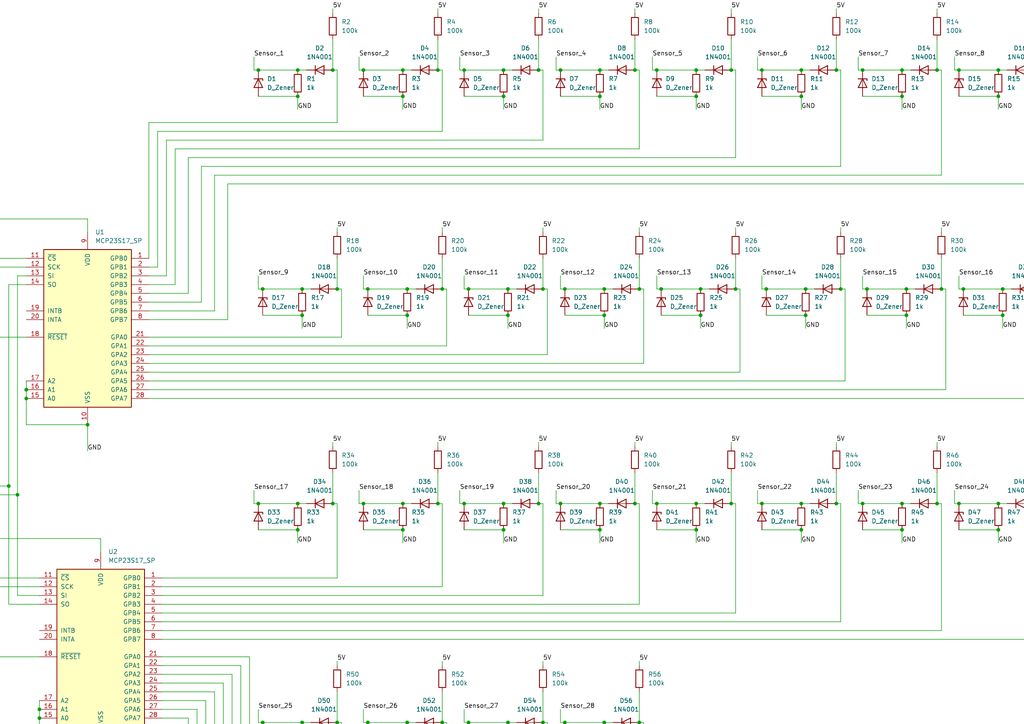
<source format=kicad_sch>
(kicad_sch (version 20231120) (generator "eeschema") (generator_version "8.0")
  (paper "A4")
  (lib_symbols
    (symbol "Connector:Conn_01x02_Pin" (pin_names (offset 1.016) hide)
      (property "Reference" "J" (at 0 2.54 0))
      (property "Value" "Conn_01x02_Pin" (at 0 -5.08 0))
      (symbol "Conn_01x02_Pin_1_1"
        (pin passive line (at 5.08 0 180) (length 3.81) (name "Pin_1") (number "1"))
        (pin passive line (at 5.08 -2.54 180) (length 3.81) (name "Pin_2") (number "2"))
      )
    )
    (symbol "Connector:Conn_01x08_Pin" (pin_names (offset 1.016) hide)
      (property "Reference" "J" (at 0 10.16 0))
      (property "Value" "Conn_01x08_Pin" (at 0 -12.7 0))
      (symbol "Conn_01x08_Pin_1_1"
        (pin passive line (at 5.08 7.62 180) (length 3.81) (name "Pin_1") (number "1"))
        (pin passive line (at 5.08 5.08 180) (length 3.81) (name "Pin_2") (number "2"))
        (pin passive line (at 5.08 2.54 180) (length 3.81) (name "Pin_3") (number "3"))
        (pin passive line (at 5.08 0 180) (length 3.81) (name "Pin_4") (number "4"))
        (pin passive line (at 5.08 -2.54 180) (length 3.81) (name "Pin_5") (number "5"))
        (pin passive line (at 5.08 -5.08 180) (length 3.81) (name "Pin_6") (number "6"))
        (pin passive line (at 5.08 -7.62 180) (length 3.81) (name "Pin_7") (number "7"))
        (pin passive line (at 5.08 -10.16 180) (length 3.81) (name "Pin_8") (number "8"))
      )
    )
    (symbol "Device:D_Zener" (pin_numbers hide) (pin_names (offset 1.016) hide)
      (property "Reference" "D" (at 0 2.54 0))
      (property "Value" "D_Zener" (at 0 -2.54 0))
      (symbol "D_Zener_1_1"
        (pin passive line (at -3.81 0 0) (length 2.54) (name "K") (number "1"))
        (pin passive line (at 3.81 0 180) (length 2.54) (name "A") (number "2"))
      )
    )
    (symbol "Device:R" (pin_numbers hide) (pin_names (offset 0))
      (property "Reference" "R" (at 2.032 0 90))
      (property "Value" "R" (at 0 0 90))
      (symbol "R_1_1"
        (pin passive line (at 0 3.81 270) (length 1.27) (name "~") (number "1"))
        (pin passive line (at 0 -3.81 90) (length 1.27) (name "~") (number "2"))
      )
    )
    (symbol "Diode:1N4001" (pin_numbers hide) (pin_names hide)
      (property "Reference" "D" (at 0 2.54 0))
      (property "Value" "1N4001" (at 0 -2.54 0))
      (symbol "1N4001_1_1"
        (pin passive line (at -3.81 0 0) (length 2.54) (name "K") (number "1"))
        (pin passive line (at 3.81 0 180) (length 2.54) (name "A") (number "2"))
      )
    )
    (symbol "ESP8266:NodeMCU1.0(ESP-12E)" (pin_names (offset 1.016))
      (property "Reference" "U" (at 0 21.59 0))
      (property "Value" "NodeMCU1.0(ESP-12E)" (at 0 -21.59 0))
      (symbol "NodeMCU1.0(ESP-12E)_1_1"
        (pin input line (at -20.32 17.78 0) (length 5.08) (name "A0(ADC0)") (number "1"))
        (pin input line (at -20.32 -5.08 0) (length 5.08) (name "GND") (number "10"))
        (pin input line (at -20.32 -7.62 0) (length 5.08) (name "3.3V") (number "11"))
        (pin input line (at -20.32 -10.16 0) (length 5.08) (name "EN") (number "12"))
        (pin input line (at -20.32 -12.7 0) (length 5.08) (name "RST") (number "13"))
        (pin input line (at -20.32 -15.24 0) (length 5.08) (name "GND") (number "14"))
        (pin input line (at -20.32 -17.78 0) (length 5.08) (name "VIN") (number "15"))
        (pin input line (at 20.32 -17.78 180) (length 5.08) (name "3.3V") (number "16"))
        (pin input line (at 20.32 -15.24 180) (length 5.08) (name "GND") (number "17"))
        (pin input line (at 20.32 -12.7 180) (length 5.08) (name "TX(GPIO1)") (number "18"))
        (pin input line (at 20.32 -10.16 180) (length 5.08) (name "RX(DPIO3)") (number "19"))
        (pin input line (at -20.32 15.24 0) (length 5.08) (name "RSV") (number "2"))
        (pin input line (at 20.32 -7.62 180) (length 5.08) (name "D8(GPIO15)") (number "20"))
        (pin input line (at 20.32 -5.08 180) (length 5.08) (name "D7(GPIO13)") (number "21"))
        (pin input line (at 20.32 -2.54 180) (length 5.08) (name "D6(GPIO12)") (number "22"))
        (pin input line (at 20.32 0 180) (length 5.08) (name "D5(GPIO14)") (number "23"))
        (pin input line (at 20.32 2.54 180) (length 5.08) (name "GND") (number "24"))
        (pin input line (at 20.32 5.08 180) (length 5.08) (name "3.3V") (number "25"))
        (pin input line (at 20.32 7.62 180) (length 5.08) (name "D4(GPIO2)") (number "26"))
        (pin input line (at 20.32 10.16 180) (length 5.08) (name "D3(GPIO0)") (number "27"))
        (pin input line (at 20.32 12.7 180) (length 5.08) (name "D2(GPIO4)") (number "28"))
        (pin input line (at 20.32 15.24 180) (length 5.08) (name "D1(GPIO5)") (number "29"))
        (pin input line (at -20.32 12.7 0) (length 5.08) (name "RSV") (number "3"))
        (pin input line (at 20.32 17.78 180) (length 5.08) (name "D0(GPIO16)") (number "30"))
        (pin input line (at -20.32 10.16 0) (length 5.08) (name "SD3(GPIO10)") (number "4"))
        (pin input line (at -20.32 7.62 0) (length 5.08) (name "SD2(GPIO9)") (number "5"))
        (pin input line (at -20.32 5.08 0) (length 5.08) (name "SD1(MOSI)") (number "6"))
        (pin input line (at -20.32 2.54 0) (length 5.08) (name "CMD(CS)") (number "7"))
        (pin input line (at -20.32 0 0) (length 5.08) (name "SDO(MISO)") (number "8"))
        (pin input line (at -20.32 -2.54 0) (length 5.08) (name "CLK(SCLK)") (number "9"))
      )
    )
    (symbol "Interface_Expansion:MCP23S17_SP" (pin_names (offset 1.016))
      (property "Reference" "U" (at -11.43 24.13 0))
      (property "Value" "MCP23S17_SP" (at 0 0 0))
      (symbol "MCP23S17_SP_1_1"
        (pin bidirectional line (at 17.78 20.32 180) (length 5.08) (name "GPB0") (number "1"))
        (pin power_in line (at 0 -27.94 90) (length 5.08) (name "VSS") (number "10"))
        (pin input line (at -17.78 20.32 0) (length 5.08) (name "~{CS}") (number "11"))
        (pin input line (at -17.78 17.78 0) (length 5.08) (name "SCK") (number "12"))
        (pin input line (at -17.78 15.24 0) (length 5.08) (name "SI") (number "13"))
        (pin output line (at -17.78 12.7 0) (length 5.08) (name "SO") (number "14"))
        (pin input line (at -17.78 -20.32 0) (length 5.08) (name "A0") (number "15"))
        (pin input line (at -17.78 -17.78 0) (length 5.08) (name "A1") (number "16"))
        (pin input line (at -17.78 -15.24 0) (length 5.08) (name "A2") (number "17"))
        (pin input line (at -17.78 -2.54 0) (length 5.08) (name "~{RESET}") (number "18"))
        (pin tri_state line (at -17.78 5.08 0) (length 5.08) (name "INTB") (number "19"))
        (pin bidirectional line (at 17.78 17.78 180) (length 5.08) (name "GPB1") (number "2"))
        (pin tri_state line (at -17.78 2.54 0) (length 5.08) (name "INTA") (number "20"))
        (pin bidirectional line (at 17.78 -2.54 180) (length 5.08) (name "GPA0") (number "21"))
        (pin bidirectional line (at 17.78 -5.08 180) (length 5.08) (name "GPA1") (number "22"))
        (pin bidirectional line (at 17.78 -7.62 180) (length 5.08) (name "GPA2") (number "23"))
        (pin bidirectional line (at 17.78 -10.16 180) (length 5.08) (name "GPA3") (number "24"))
        (pin bidirectional line (at 17.78 -12.7 180) (length 5.08) (name "GPA4") (number "25"))
        (pin bidirectional line (at 17.78 -15.24 180) (length 5.08) (name "GPA5") (number "26"))
        (pin bidirectional line (at 17.78 -17.78 180) (length 5.08) (name "GPA6") (number "27"))
        (pin bidirectional line (at 17.78 -20.32 180) (length 5.08) (name "GPA7") (number "28"))
        (pin bidirectional line (at 17.78 15.24 180) (length 5.08) (name "GPB2") (number "3"))
        (pin bidirectional line (at 17.78 12.7 180) (length 5.08) (name "GPB3") (number "4"))
        (pin bidirectional line (at 17.78 10.16 180) (length 5.08) (name "GPB4") (number "5"))
        (pin bidirectional line (at 17.78 7.62 180) (length 5.08) (name "GPB5") (number "6"))
        (pin bidirectional line (at 17.78 5.08 180) (length 5.08) (name "GPB6") (number "7"))
        (pin bidirectional line (at 17.78 2.54 180) (length 5.08) (name "GPB7") (number "8"))
        (pin power_in line (at 0 27.94 270) (length 5.08) (name "VDD") (number "9"))
      )
    )
    (symbol "Switch:SW_DIP_x04" (pin_names (offset 0) hide)
      (property "Reference" "SW" (at 0 8.89 0))
      (property "Value" "SW_DIP_x04" (at 0 -6.35 0))
      (symbol "SW_DIP_x04_1_1"
        (pin passive line (at -7.62 5.08 0) (length 5.08) (name "~") (number "1"))
        (pin passive line (at -7.62 2.54 0) (length 5.08) (name "~") (number "2"))
        (pin passive line (at -7.62 0 0) (length 5.08) (name "~") (number "3"))
        (pin passive line (at -7.62 -2.54 0) (length 5.08) (name "~") (number "4"))
        (pin passive line (at 7.62 -2.54 180) (length 5.08) (name "~") (number "5"))
        (pin passive line (at 7.62 0 180) (length 5.08) (name "~") (number "6"))
        (pin passive line (at 7.62 2.54 180) (length 5.08) (name "~") (number "7"))
        (pin passive line (at 7.62 5.08 180) (length 5.08) (name "~") (number "8"))
      )
    )
  )
  (junction (at 87.63 83.82))
  (junction (at 135.89 209.55))
  (junction (at 289.56 20.32))
  (junction (at 134.62 146.05))
  (junction (at 250.19 146.05))
  (junction (at 128.27 209.55))
  (junction (at 118.11 217.17))
  (junction (at 175.26 91.44))
  (junction (at 250.19 20.32))
  (junction (at 243.84 83.82))
  (junction (at 201.93 146.05))
  (junction (at 146.05 153.67))
  (junction (at 262.89 91.44))
  (junction (at 201.93 27.94))
  (junction (at 233.68 91.44))
  (junction (at 156.21 20.32))
  (junction (at 242.57 146.05))
  (junction (at 190.5 20.32))
  (junction (at 2.54 140.97))
  (junction (at 261.62 153.67))
  (junction (at 116.84 20.32))
  (junction (at 300.99 83.82))
  (junction (at 146.05 27.94))
  (junction (at 135.89 83.82))
  (junction (at 5.08 143.51))
  (junction (at 86.36 146.05))
  (junction (at 290.83 91.44))
  (junction (at 279.4 83.82))
  (junction (at 232.41 20.32))
  (junction (at 278.13 146.05))
  (junction (at 87.63 217.17))
  (junction (at 201.93 153.67))
  (junction (at 233.68 83.82))
  (junction (at 190.5 146.05))
  (junction (at 289.56 27.94))
  (junction (at 289.56 146.05))
  (junction (at -1.27 138.43))
  (junction (at -69.85 156.21))
  (junction (at 251.46 83.82))
  (junction (at 97.79 83.82))
  (junction (at 162.56 20.32))
  (junction (at 203.2 83.82))
  (junction (at 54.61 251.46))
  (junction (at 163.83 209.55))
  (junction (at 97.79 209.55))
  (junction (at 157.48 83.82))
  (junction (at 184.15 146.05))
  (junction (at 57.15 254))
  (junction (at 74.93 20.32))
  (junction (at 76.2 254))
  (junction (at 11.43 215.9))
  (junction (at 86.36 27.94))
  (junction (at 87.63 209.55))
  (junction (at 127 146.05))
  (junction (at 232.41 153.67))
  (junction (at 11.43 208.28))
  (junction (at 184.15 20.32))
  (junction (at 86.36 20.32))
  (junction (at 175.26 209.55))
  (junction (at 191.77 83.82))
  (junction (at 173.99 20.32))
  (junction (at 76.2 256.54))
  (junction (at 128.27 83.82))
  (junction (at 147.32 209.55))
  (junction (at 261.62 146.05))
  (junction (at -24.13 156.21))
  (junction (at 173.99 153.67))
  (junction (at 157.48 209.55))
  (junction (at 261.62 27.94))
  (junction (at 118.11 83.82))
  (junction (at 7.62 113.03))
  (junction (at 147.32 91.44))
  (junction (at 213.36 83.82))
  (junction (at 96.52 146.05))
  (junction (at 147.32 217.17))
  (junction (at 290.83 83.82))
  (junction (at 147.32 83.82))
  (junction (at 146.05 20.32))
  (junction (at 86.36 153.67))
  (junction (at 105.41 146.05))
  (junction (at 185.42 209.55))
  (junction (at 105.41 20.32))
  (junction (at 222.25 83.82))
  (junction (at 220.98 146.05))
  (junction (at 173.99 27.94))
  (junction (at 271.78 146.05))
  (junction (at 289.56 153.67))
  (junction (at 76.2 83.82))
  (junction (at 127 20.32))
  (junction (at 232.41 146.05))
  (junction (at 156.21 146.05))
  (junction (at 242.57 20.32))
  (junction (at 7.62 115.57))
  (junction (at 74.93 146.05))
  (junction (at 118.11 209.55))
  (junction (at 118.11 91.44))
  (junction (at 278.13 20.32))
  (junction (at 96.52 20.32))
  (junction (at 212.09 146.05))
  (junction (at 212.09 20.32))
  (junction (at 273.05 83.82))
  (junction (at 25.4 254))
  (junction (at 299.72 20.32))
  (junction (at 185.42 83.82))
  (junction (at 116.84 146.05))
  (junction (at -24.13 190.5))
  (junction (at 87.63 91.44))
  (junction (at 262.89 83.82))
  (junction (at 163.83 83.82))
  (junction (at -24.13 166.37))
  (junction (at 59.69 256.54))
  (junction (at 106.68 83.82))
  (junction (at 271.78 20.32))
  (junction (at 116.84 153.67))
  (junction (at 25.4 123.19))
  (junction (at 62.23 259.08))
  (junction (at 76.2 209.55))
  (junction (at 11.43 205.74))
  (junction (at 261.62 20.32))
  (junction (at 134.62 20.32))
  (junction (at 116.84 27.94))
  (junction (at 175.26 217.17))
  (junction (at 173.99 146.05))
  (junction (at 25.4 256.54))
  (junction (at -24.13 97.79))
  (junction (at 220.98 20.32))
  (junction (at 201.93 20.32))
  (junction (at 29.21 215.9))
  (junction (at 299.72 146.05))
  (junction (at 175.26 83.82))
  (junction (at 106.68 209.55))
  (junction (at 203.2 91.44))
  (junction (at 162.56 146.05))
  (junction (at 146.05 146.05))
  (junction (at 232.41 27.94))
  (wire (pts (xy -19.05 39.37) (xy -11.43 39.37)))
  (wire (pts (xy 50.8 82.55) (xy 50.8 43.18)))
  (wire (pts (xy 105.41 27.94) (xy 116.84 27.94)))
  (wire (pts (xy 73.66 16.51) (xy 73.66 20.32)))
  (wire (pts (xy 43.18 82.55) (xy 50.8 82.55)))
  (wire (pts (xy 46.99 177.8) (xy 213.36 177.8)))
  (wire (pts (xy 213.36 67.31) (xy 213.36 66.04)))
  (wire (pts (xy 134.62 209.55) (xy 135.89 209.55)))
  (wire (pts (xy 175.26 91.44) (xy 175.26 95.25)))
  (wire (pts (xy 2.54 175.26) (xy 2.54 140.97)))
  (wire (pts (xy 184.15 146.05) (xy 185.42 146.05)))
  (wire (pts (xy 128.27 20.32) (xy 128.27 38.1)))
  (wire (pts (xy 190.5 80.01) (xy 190.5 83.82)))
  (wire (pts (xy 157.48 209.55) (xy 158.75 209.55)))
  (wire (pts (xy -24.13 156.21) (xy 29.21 156.21)))
  (wire (pts (xy -24.13 97.79) (xy -24.13 156.21)))
  (wire (pts (xy 133.35 16.51) (xy 133.35 20.32)))
  (wire (pts (xy 201.93 153.67) (xy 201.93 157.48)))
  (wire (pts (xy 11.43 175.26) (xy 2.54 175.26)))
  (wire (pts (xy 11.43 167.64) (xy -3.81 167.64)))
  (wire (pts (xy 74.93 20.32) (xy 86.36 20.32)))
  (wire (pts (xy 46.99 172.72) (xy 157.48 172.72)))
  (wire (pts (xy 128.27 74.93) (xy 128.27 83.82)))
  (wire (pts (xy -24.13 242.57) (xy 82.55 242.57)))
  (wire (pts (xy 118.11 83.82) (xy 120.65 83.82)))
  (wire (pts (xy -78.74 156.21) (xy -69.85 156.21)))
  (wire (pts (xy 87.63 91.44) (xy 87.63 95.25)))
  (wire (pts (xy 185.42 83.82) (xy 186.69 83.82)))
  (wire (pts (xy 43.18 105.41) (xy 186.69 105.41)))
  (wire (pts (xy 46.99 182.88) (xy 273.05 182.88)))
  (wire (pts (xy 43.18 35.56) (xy 43.18 74.93)))
  (wire (pts (xy 97.79 193.04) (xy 97.79 191.77)))
  (wire (pts (xy 158.75 234.95) (xy 158.75 209.55)))
  (wire (pts (xy 156.21 20.32) (xy 157.48 20.32)))
  (wire (pts (xy 62.23 259.08) (xy 68.58 259.08)))
  (wire (pts (xy 276.86 146.05) (xy 278.13 146.05)))
  (wire (pts (xy 274.32 83.82) (xy 274.32 113.03)))
  (wire (pts (xy 11.43 205.74) (xy 11.43 208.28)))
  (wire (pts (xy 43.18 110.49) (xy 245.11 110.49)))
  (wire (pts (xy 219.71 16.51) (xy 219.71 20.32)))
  (wire (pts (xy 135.89 209.55) (xy 147.32 209.55)))
  (wire (pts (xy 74.93 153.67) (xy 86.36 153.67)))
  (wire (pts (xy 45.72 77.47) (xy 45.72 38.1)))
  (wire (pts (xy 163.83 217.17) (xy 175.26 217.17)))
  (wire (pts (xy 184.15 20.32) (xy 185.42 20.32)))
  (wire (pts (xy 46.99 193.04) (xy 69.85 193.04)))
  (wire (pts (xy 96.52 20.32) (xy 97.79 20.32)))
  (wire (pts (xy 62.23 90.17) (xy 62.23 50.8)))
  (wire (pts (xy 212.09 137.16) (xy 212.09 146.05)))
  (wire (pts (xy 278.13 153.67) (xy 289.56 153.67)))
  (wire (pts (xy 11.43 190.5) (xy -24.13 190.5)))
  (wire (pts (xy 185.42 74.93) (xy 185.42 83.82)))
  (wire (pts (xy 250.19 27.94) (xy 261.62 27.94)))
  (wire (pts (xy 7.62 82.55) (xy 2.54 82.55)))
  (wire (pts (xy 347.98 81.28) (xy 353.06 81.28)))
  (wire (pts (xy 212.09 146.05) (xy 213.36 146.05)))
  (wire (pts (xy 271.78 146.05) (xy 273.05 146.05)))
  (wire (pts (xy 250.19 83.82) (xy 251.46 83.82)))
  (wire (pts (xy 377.19 144.78) (xy 382.27 144.78)))
  (wire (pts (xy 116.84 27.94) (xy 116.84 31.75)))
  (wire (pts (xy 40.64 259.08) (xy 62.23 259.08)))
  (wire (pts (xy 127 20.32) (xy 128.27 20.32)))
  (wire (pts (xy 233.68 83.82) (xy 236.22 83.82)))
  (wire (pts (xy 378.46 81.28) (xy 383.54 81.28)))
  (wire (pts (xy 378.46 86.36) (xy 383.54 86.36)))
  (wire (pts (xy 104.14 16.51) (xy 104.14 20.32)))
  (wire (pts (xy 214.63 83.82) (xy 214.63 107.95)))
  (wire (pts (xy 347.98 86.36) (xy 353.06 86.36)))
  (wire (pts (xy 378.46 78.74) (xy 383.54 78.74)))
  (wire (pts (xy 378.46 83.82) (xy 383.54 83.82)))
  (wire (pts (xy 11.43 254) (xy 25.4 254)))
  (wire (pts (xy 251.46 91.44) (xy 262.89 91.44)))
  (wire (pts (xy 271.78 11.43) (xy 271.78 20.32)))
  (wire (pts (xy 220.98 146.05) (xy 232.41 146.05)))
  (wire (pts (xy 185.42 67.31) (xy 185.42 66.04)))
  (wire (pts (xy 54.61 45.72) (xy 213.36 45.72)))
  (wire (pts (xy 201.93 20.32) (xy 204.47 20.32)))
  (wire (pts (xy 128.27 83.82) (xy 129.54 83.82)))
  (wire (pts (xy 278.13 27.94) (xy 289.56 27.94)))
  (wire (pts (xy 86.36 146.05) (xy 88.9 146.05)))
  (wire (pts (xy 299.72 11.43) (xy 299.72 20.32)))
  (wire (pts (xy 220.98 27.94) (xy 232.41 27.94)))
  (wire (pts (xy 7.62 113.03) (xy 7.62 115.57)))
  (wire (pts (xy 146.05 27.94) (xy 146.05 31.75)))
  (wire (pts (xy 162.56 153.67) (xy 173.99 153.67)))
  (wire (pts (xy 262.89 83.82) (xy 265.43 83.82)))
  (wire (pts (xy 25.4 63.5) (xy -24.13 63.5)))
  (wire (pts (xy 99.06 229.87) (xy 99.06 209.55)))
  (wire (pts (xy 220.98 80.01) (xy 220.98 83.82)))
  (wire (pts (xy 377.19 147.32) (xy 382.27 147.32)))
  (wire (pts (xy 242.57 11.43) (xy 242.57 20.32)))
  (wire (pts (xy 116.84 20.32) (xy 119.38 20.32)))
  (wire (pts (xy 46.99 195.58) (xy 67.31 195.58)))
  (wire (pts (xy 82.55 242.57) (xy 82.55 254)))
  (wire (pts (xy 162.56 205.74) (xy 162.56 209.55)))
  (wire (pts (xy 40.64 254) (xy 57.15 254)))
  (wire (pts (xy 135.89 91.44) (xy 147.32 91.44)))
  (wire (pts (xy 184.15 3.81) (xy 184.15 2.54)))
  (wire (pts (xy 213.36 146.05) (xy 213.36 177.8)))
  (wire (pts (xy 73.66 142.24) (xy 73.66 146.05)))
  (wire (pts (xy 135.89 217.17) (xy 147.32 217.17)))
  (wire (pts (xy 76.2 251.46) (xy 76.2 254)))
  (wire (pts (xy 162.56 20.32) (xy 173.99 20.32)))
  (wire (pts (xy 99.06 83.82) (xy 99.06 97.79)))
  (wire (pts (xy 118.11 217.17) (xy 118.11 220.98)))
  (wire (pts (xy 66.04 92.71) (xy 66.04 53.34)))
  (wire (pts (xy 161.29 142.24) (xy 161.29 146.05)))
  (wire (pts (xy 106.68 91.44) (xy 118.11 91.44)))
  (wire (pts (xy -24.13 97.79) (xy 7.62 97.79)))
  (wire (pts (xy 242.57 20.32) (xy 243.84 20.32)))
  (wire (pts (xy 76.2 217.17) (xy 87.63 217.17)))
  (wire (pts (xy 129.54 232.41) (xy 129.54 209.55)))
  (wire (pts (xy 43.18 87.63) (xy 58.42 87.63)))
  (wire (pts (xy 346.71 142.24) (xy 351.79 142.24)))
  (wire (pts (xy 173.99 146.05) (xy 176.53 146.05)))
  (wire (pts (xy 302.26 83.82) (xy 302.26 115.57)))
  (wire (pts (xy 157.48 146.05) (xy 157.48 172.72)))
  (wire (pts (xy 261.62 27.94) (xy 261.62 31.75)))
  (wire (pts (xy 7.62 80.01) (xy 5.08 80.01)))
  (wire (pts (xy 128.27 193.04) (xy 128.27 191.77)))
  (wire (pts (xy -24.13 166.37) (xy -69.85 166.37)))
  (wire (pts (xy 278.13 146.05) (xy 289.56 146.05)))
  (wire (pts (xy 185.42 209.55) (xy 186.69 209.55)))
  (wire (pts (xy 134.62 153.67) (xy 146.05 153.67)))
  (wire (pts (xy 189.23 16.51) (xy 189.23 20.32)))
  (wire (pts (xy 5.08 172.72) (xy 5.08 143.51)))
  (wire (pts (xy 127 11.43) (xy 127 20.32)))
  (wire (pts (xy 220.98 83.82) (xy 222.25 83.82)))
  (wire (pts (xy 184.15 129.54) (xy 184.15 128.27)))
  (wire (pts (xy 248.92 146.05) (xy 250.19 146.05)))
  (wire (pts (xy 232.41 146.05) (xy 234.95 146.05)))
  (wire (pts (xy 43.18 90.17) (xy 62.23 90.17)))
  (wire (pts (xy 300.99 83.82) (xy 302.26 83.82)))
  (wire (pts (xy -24.13 190.5) (xy -24.13 166.37)))
  (wire (pts (xy 347.98 71.12) (xy 353.06 71.12)))
  (wire (pts (xy 127 129.54) (xy 127 128.27)))
  (wire (pts (xy 248.92 20.32) (xy 250.19 20.32)))
  (wire (pts (xy 158.75 83.82) (xy 157.48 83.82)))
  (wire (pts (xy 62.23 50.8) (xy 273.05 50.8)))
  (wire (pts (xy 57.15 205.74) (xy 57.15 254)))
  (wire (pts (xy 219.71 142.24) (xy 219.71 146.05)))
  (wire (pts (xy 5.08 80.01) (xy 5.08 143.51)))
  (wire (pts (xy 86.36 153.67) (xy 86.36 157.48)))
  (wire (pts (xy 127 3.81) (xy 127 2.54)))
  (wire (pts (xy 185.42 146.05) (xy 185.42 175.26)))
  (wire (pts (xy 201.93 146.05) (xy 204.47 146.05)))
  (wire (pts (xy 186.69 237.49) (xy 186.69 209.55)))
  (wire (pts (xy 7.62 74.93) (xy -6.35 74.93)))
  (wire (pts (xy 105.41 20.32) (xy 116.84 20.32)))
  (wire (pts (xy 162.56 80.01) (xy 162.56 83.82)))
  (wire (pts (xy 43.18 107.95) (xy 214.63 107.95)))
  (wire (pts (xy 271.78 129.54) (xy 271.78 128.27)))
  (wire (pts (xy 97.79 67.31) (xy 97.79 66.04)))
  (wire (pts (xy 48.26 80.01) (xy 48.26 40.64)))
  (wire (pts (xy 278.13 80.01) (xy 278.13 83.82)))
  (wire (pts (xy 278.13 20.32) (xy 289.56 20.32)))
  (wire (pts (xy 243.84 67.31) (xy 243.84 66.04)))
  (wire (pts (xy 50.8 43.18) (xy 185.42 43.18)))
  (wire (pts (xy 25.4 63.5) (xy 25.4 67.31)))
  (wire (pts (xy 105.41 146.05) (xy 116.84 146.05)))
  (wire (pts (xy 300.99 20.32) (xy 300.99 53.34)))
  (wire (pts (xy 146.05 20.32) (xy 148.59 20.32)))
  (wire (pts (xy -1.27 170.18) (xy 11.43 170.18)))
  (wire (pts (xy 134.62 83.82) (xy 135.89 83.82)))
  (wire (pts (xy 147.32 209.55) (xy 149.86 209.55)))
  (wire (pts (xy 29.21 215.9) (xy 29.21 220.98)))
  (wire (pts (xy 146.05 146.05) (xy 148.59 146.05)))
  (wire (pts (xy 242.57 137.16) (xy 242.57 146.05)))
  (wire (pts (xy 161.29 20.32) (xy 162.56 20.32)))
  (wire (pts (xy 377.19 142.24) (xy 382.27 142.24)))
  (wire (pts (xy 378.46 73.66) (xy 383.54 73.66)))
  (wire (pts (xy 250.19 153.67) (xy 261.62 153.67)))
  (wire (pts (xy 261.62 20.32) (xy 264.16 20.32)))
  (wire (pts (xy 157.48 200.66) (xy 157.48 209.55)))
  (wire (pts (xy 233.68 91.44) (xy 233.68 95.25)))
  (wire (pts (xy 243.84 20.32) (xy 243.84 48.26)))
  (wire (pts (xy 127 137.16) (xy 127 146.05)))
  (wire (pts (xy 97.79 35.56) (xy 43.18 35.56)))
  (wire (pts (xy 43.18 100.33) (xy 129.54 100.33)))
  (wire (pts (xy 191.77 83.82) (xy 203.2 83.82)))
  (wire (pts (xy 273.05 83.82) (xy 274.32 83.82)))
  (wire (pts (xy 134.62 205.74) (xy 134.62 209.55)))
  (wire (pts (xy 87.63 83.82) (xy 90.17 83.82)))
  (wire (pts (xy 7.62 115.57) (xy 7.62 123.19)))
  (wire (pts (xy 46.99 205.74) (xy 57.15 205.74)))
  (wire (pts (xy 156.21 137.16) (xy 156.21 146.05)))
  (wire (pts (xy 105.41 153.67) (xy 116.84 153.67)))
  (wire (pts (xy 127 146.05) (xy 128.27 146.05)))
  (wire (pts (xy 222.25 91.44) (xy 233.68 91.44)))
  (wire (pts (xy 232.41 27.94) (xy 232.41 31.75)))
  (wire (pts (xy 134.62 146.05) (xy 146.05 146.05)))
  (wire (pts (xy 134.62 20.32) (xy 146.05 20.32)))
  (wire (pts (xy 97.79 209.55) (xy 99.06 209.55)))
  (wire (pts (xy 346.71 157.48) (xy 351.79 157.48)))
  (wire (pts (xy 346.71 139.7) (xy 351.79 139.7)))
  (wire (pts (xy 46.99 180.34) (xy 243.84 180.34)))
  (wire (pts (xy 104.14 20.32) (xy 105.41 20.32)))
  (wire (pts (xy 74.93 27.94) (xy 86.36 27.94)))
  (wire (pts (xy 250.19 146.05) (xy 261.62 146.05)))
  (wire (pts (xy -11.43 36.83) (xy -19.05 36.83)))
  (wire (pts (xy 161.29 146.05) (xy 162.56 146.05)))
  (wire (pts (xy 146.05 153.67) (xy 146.05 157.48)))
  (wire (pts (xy 377.19 139.7) (xy 382.27 139.7)))
  (wire (pts (xy 157.48 74.93) (xy 157.48 83.82)))
  (wire (pts (xy 72.39 229.87) (xy 99.06 229.87)))
  (wire (pts (xy 86.36 20.32) (xy 88.9 20.32)))
  (wire (pts (xy 106.68 209.55) (xy 118.11 209.55)))
  (wire (pts (xy 82.55 254) (xy 76.2 254)))
  (wire (pts (xy 46.99 190.5) (xy 72.39 190.5)))
  (wire (pts (xy 147.32 83.82) (xy 149.86 83.82)))
  (wire (pts (xy 129.54 83.82) (xy 129.54 100.33)))
  (wire (pts (xy 74.93 80.01) (xy 74.93 83.82)))
  (wire (pts (xy 190.5 27.94) (xy 201.93 27.94)))
  (wire (pts (xy 245.11 83.82) (xy 245.11 110.49)))
  (wire (pts (xy 96.52 129.54) (xy 96.52 128.27)))
  (wire (pts (xy 186.69 83.82) (xy 186.69 105.41)))
  (wire (pts (xy 2.54 82.55) (xy 2.54 140.97)))
  (wire (pts (xy -3.81 123.19) (xy -29.21 123.19)))
  (wire (pts (xy 46.99 185.42) (xy 300.99 185.42)))
  (wire (pts (xy 105.41 80.01) (xy 105.41 83.82)))
  (wire (pts (xy 67.31 195.58) (xy 67.31 234.95)))
  (wire (pts (xy 222.25 83.82) (xy 233.68 83.82)))
  (wire (pts (xy 59.69 256.54) (xy 68.58 256.54)))
  (wire (pts (xy 118.11 209.55) (xy 120.65 209.55)))
  (wire (pts (xy 276.86 20.32) (xy 278.13 20.32)))
  (wire (pts (xy 97.79 200.66) (xy 97.79 209.55)))
  (wire (pts (xy 25.4 123.19) (xy 25.4 130.81)))
  (wire (pts (xy 147.32 91.44) (xy 147.32 95.25)))
  (wire (pts (xy 346.71 154.94) (xy 351.79 154.94)))
  (wire (pts (xy 157.48 67.31) (xy 157.48 66.04)))
  (wire (pts (xy 250.19 20.32) (xy 261.62 20.32)))
  (wire (pts (xy 300.99 146.05) (xy 300.99 185.42)))
  (wire (pts (xy -24.13 166.37) (xy -24.13 156.21)))
  (wire (pts (xy 203.2 91.44) (xy 203.2 95.25)))
  (wire (pts (xy 190.5 153.67) (xy 201.93 153.67)))
  (wire (pts (xy 163.83 83.82) (xy 175.26 83.82)))
  (wire (pts (xy 261.62 153.67) (xy 261.62 157.48)))
  (wire (pts (xy 156.21 129.54) (xy 156.21 128.27)))
  (wire (pts (xy 7.62 123.19) (xy 25.4 123.19)))
  (wire (pts (xy 289.56 27.94) (xy 289.56 31.75)))
  (wire (pts (xy 66.04 53.34) (xy 300.99 53.34)))
  (wire (pts (xy 261.62 146.05) (xy 264.16 146.05)))
  (wire (pts (xy -24.13 190.5) (xy -24.13 242.57)))
  (wire (pts (xy 201.93 27.94) (xy 201.93 31.75)))
  (wire (pts (xy 189.23 142.24) (xy 189.23 146.05)))
  (wire (pts (xy 43.18 102.87) (xy 158.75 102.87)))
  (wire (pts (xy 11.43 172.72) (xy 5.08 172.72)))
  (wire (pts (xy 173.99 153.67) (xy 173.99 157.48)))
  (wire (pts (xy 299.72 137.16) (xy 299.72 146.05)))
  (wire (pts (xy 203.2 83.82) (xy 205.74 83.82)))
  (wire (pts (xy 290.83 91.44) (xy 290.83 95.25)))
  (wire (pts (xy 347.98 88.9) (xy 353.06 88.9)))
  (wire (pts (xy 45.72 38.1) (xy 128.27 38.1)))
  (wire (pts (xy 25.4 251.46) (xy 25.4 254)))
  (wire (pts (xy 271.78 3.81) (xy 271.78 2.54)))
  (wire (pts (xy 300.99 67.31) (xy 300.99 66.04)))
  (wire (pts (xy 134.62 27.94) (xy 146.05 27.94)))
  (wire (pts (xy 278.13 83.82) (xy 279.4 83.82)))
  (wire (pts (xy 46.99 203.2) (xy 59.69 203.2)))
  (wire (pts (xy 346.71 149.86) (xy 351.79 149.86)))
  (wire (pts (xy 191.77 91.44) (xy 203.2 91.44)))
  (wire (pts (xy 251.46 83.82) (xy 262.89 83.82)))
  (wire (pts (xy 69.85 232.41) (xy 129.54 232.41)))
  (wire (pts (xy 346.71 147.32) (xy 351.79 147.32)))
  (wire (pts (xy 57.15 254) (xy 68.58 254)))
  (wire (pts (xy -29.21 138.43) (xy -1.27 138.43)))
  (wire (pts (xy 289.56 20.32) (xy 292.1 20.32)))
  (wire (pts (xy 46.99 170.18) (xy 128.27 170.18)))
  (wire (pts (xy 175.26 209.55) (xy 177.8 209.55)))
  (wire (pts (xy 276.86 16.51) (xy 276.86 20.32)))
  (wire (pts (xy -1.27 170.18) (xy -1.27 138.43)))
  (wire (pts (xy 232.41 153.67) (xy 232.41 157.48)))
  (wire (pts (xy 11.43 215.9) (xy 29.21 215.9)))
  (wire (pts (xy 67.31 234.95) (xy 158.75 234.95)))
  (wire (pts (xy 377.19 157.48) (xy 382.27 157.48)))
  (wire (pts (xy 156.21 3.81) (xy 156.21 2.54)))
  (wire (pts (xy 134.62 80.01) (xy 134.62 83.82)))
  (wire (pts (xy 7.62 77.47) (xy -1.27 77.47)))
  (wire (pts (xy 43.18 97.79) (xy 99.06 97.79)))
  (wire (pts (xy 213.36 20.32) (xy 213.36 45.72)))
  (wire (pts (xy 43.18 115.57) (xy 302.26 115.57)))
  (wire (pts (xy 11.43 215.9) (xy 11.43 254)))
  (wire (pts (xy 279.4 83.82) (xy 290.83 83.82)))
  (wire (pts (xy 347.98 76.2) (xy 353.06 76.2)))
  (wire (pts (xy 74.93 205.74) (xy 74.93 209.55)))
  (wire (pts (xy 377.19 149.86) (xy 382.27 149.86)))
  (wire (pts (xy 189.23 146.05) (xy 190.5 146.05)))
  (wire (pts (xy 243.84 74.93) (xy 243.84 83.82)))
  (wire (pts (xy 46.99 208.28) (xy 54.61 208.28)))
  (wire (pts (xy 184.15 11.43) (xy 184.15 20.32)))
  (wire (pts (xy 86.36 27.94) (xy 86.36 31.75)))
  (wire (pts (xy 64.77 198.12) (xy 64.77 237.49)))
  (wire (pts (xy 74.93 83.82) (xy 76.2 83.82)))
  (wire (pts (xy 43.18 77.47) (xy 45.72 77.47)))
  (wire (pts (xy 96.52 3.81) (xy 96.52 2.54)))
  (wire (pts (xy 276.86 142.24) (xy 276.86 146.05)))
  (wire (pts (xy 161.29 16.51) (xy 161.29 20.32)))
  (wire (pts (xy 162.56 146.05) (xy 173.99 146.05)))
  (wire (pts (xy 279.4 91.44) (xy 290.83 91.44)))
  (wire (pts (xy 133.35 142.24) (xy 133.35 146.05)))
  (wire (pts (xy 162.56 209.55) (xy 163.83 209.55)))
  (wire (pts (xy 347.98 83.82) (xy 353.06 83.82)))
  (wire (pts (xy 212.09 129.54) (xy 212.09 128.27)))
  (wire (pts (xy 59.69 203.2) (xy 59.69 256.54)))
  (wire (pts (xy 242.57 3.81) (xy 242.57 2.54)))
  (wire (pts (xy 11.43 208.28) (xy 11.43 215.9)))
  (wire (pts (xy 185.42 193.04) (xy 185.42 191.77)))
  (wire (pts (xy 156.21 11.43) (xy 156.21 20.32)))
  (wire (pts (xy 213.36 74.93) (xy 213.36 83.82)))
  (wire (pts (xy 54.61 251.46) (xy 68.58 251.46)))
  (wire (pts (xy 135.89 83.82) (xy 147.32 83.82)))
  (wire (pts (xy 273.05 20.32) (xy 273.05 50.8)))
  (wire (pts (xy 104.14 142.24) (xy 104.14 146.05)))
  (wire (pts (xy 62.23 200.66) (xy 62.23 259.08)))
  (wire (pts (xy 87.63 209.55) (xy 90.17 209.55)))
  (wire (pts (xy 87.63 217.17) (xy 87.63 220.98)))
  (wire (pts (xy 48.26 40.64) (xy 157.48 40.64)))
  (wire (pts (xy 347.98 73.66) (xy 353.06 73.66)))
  (wire (pts (xy 262.89 91.44) (xy 262.89 95.25)))
  (wire (pts (xy 378.46 88.9) (xy 383.54 88.9)))
  (wire (pts (xy 74.93 209.55) (xy 76.2 209.55)))
  (wire (pts (xy 43.18 85.09) (xy 54.61 85.09)))
  (wire (pts (xy -29.21 140.97) (xy 2.54 140.97)))
  (wire (pts (xy -29.21 125.73) (xy -6.35 125.73)))
  (wire (pts (xy 175.26 83.82) (xy 177.8 83.82)))
  (wire (pts (xy 76.2 91.44) (xy 87.63 91.44)))
  (wire (pts (xy 128.27 146.05) (xy 128.27 170.18)))
  (wire (pts (xy 173.99 27.94) (xy 173.99 31.75)))
  (wire (pts (xy 46.99 167.64) (xy 97.79 167.64)))
  (wire (pts (xy 54.61 85.09) (xy 54.61 45.72)))
  (wire (pts (xy -1.27 77.47) (xy -1.27 138.43)))
  (wire (pts (xy 299.72 3.81) (xy 299.72 2.54)))
  (wire (pts (xy 162.56 83.82) (xy 163.83 83.82)))
  (wire (pts (xy 213.36 83.82) (xy 214.63 83.82)))
  (wire (pts (xy 46.99 175.26) (xy 185.42 175.26)))
  (wire (pts (xy 97.79 20.32) (xy 97.79 35.56)))
  (wire (pts (xy 133.35 146.05) (xy 134.62 146.05)))
  (wire (pts (xy 163.83 91.44) (xy 175.26 91.44)))
  (wire (pts (xy 220.98 153.67) (xy 232.41 153.67)))
  (wire (pts (xy 347.98 78.74) (xy 353.06 78.74)))
  (wire (pts (xy 248.92 16.51) (xy 248.92 20.32)))
  (wire (pts (xy 377.19 152.4) (xy 382.27 152.4)))
  (wire (pts (xy 147.32 217.17) (xy 147.32 220.98)))
  (wire (pts (xy 128.27 200.66) (xy 128.27 209.55)))
  (wire (pts (xy 290.83 83.82) (xy 293.37 83.82)))
  (wire (pts (xy 72.39 190.5) (xy 72.39 229.87)))
  (wire (pts (xy 58.42 87.63) (xy 58.42 48.26)))
  (wire (pts (xy -69.85 166.37) (xy -69.85 156.21)))
  (wire (pts (xy 116.84 146.05) (xy 119.38 146.05)))
  (wire (pts (xy 105.41 209.55) (xy 106.68 209.55)))
  (wire (pts (xy 289.56 153.67) (xy 289.56 157.48)))
  (wire (pts (xy 46.99 198.12) (xy 64.77 198.12)))
  (wire (pts (xy 116.84 153.67) (xy 116.84 157.48)))
  (wire (pts (xy 212.09 20.32) (xy 213.36 20.32)))
  (wire (pts (xy 185.42 20.32) (xy 185.42 43.18)))
  (wire (pts (xy -3.81 167.64) (xy -3.81 123.19)))
  (wire (pts (xy 128.27 209.55) (xy 129.54 209.55)))
  (wire (pts (xy 271.78 20.32) (xy 273.05 20.32)))
  (wire (pts (xy 54.61 208.28) (xy 54.61 251.46)))
  (wire (pts (xy 43.18 113.03) (xy 274.32 113.03)))
  (wire (pts (xy 46.99 200.66) (xy 62.23 200.66)))
  (wire (pts (xy 74.93 146.05) (xy 86.36 146.05)))
  (wire (pts (xy 73.66 20.32) (xy 74.93 20.32)))
  (wire (pts (xy 133.35 20.32) (xy 134.62 20.32)))
  (wire (pts (xy 190.5 20.32) (xy 201.93 20.32)))
  (wire (pts (xy 158.75 102.87) (xy 158.75 83.82)))
  (wire (pts (xy 250.19 80.01) (xy 250.19 83.82)))
  (wire (pts (xy 97.79 146.05) (xy 97.79 167.64)))
  (wire (pts (xy 289.56 146.05) (xy 292.1 146.05)))
  (wire (pts (xy 346.71 152.4) (xy 351.79 152.4)))
  (wire (pts (xy 40.64 251.46) (xy 54.61 251.46)))
  (wire (pts (xy 190.5 83.82) (xy 191.77 83.82)))
  (wire (pts (xy 29.21 156.21) (xy 29.21 160.02)))
  (wire (pts (xy 299.72 20.32) (xy 300.99 20.32)))
  (wire (pts (xy 118.11 91.44) (xy 118.11 95.25)))
  (wire (pts (xy 219.71 20.32) (xy 220.98 20.32)))
  (wire (pts (xy 40.64 256.54) (xy 59.69 256.54)))
  (wire (pts (xy 156.21 146.05) (xy 157.48 146.05)))
  (wire (pts (xy 76.2 209.55) (xy 87.63 209.55)))
  (wire (pts (xy 243.84 146.05) (xy 243.84 180.34)))
  (wire (pts (xy 25.4 254) (xy 25.4 256.54)))
  (wire (pts (xy 106.68 217.17) (xy 118.11 217.17)))
  (wire (pts (xy 69.85 193.04) (xy 69.85 232.41)))
  (wire (pts (xy 378.46 76.2) (xy 383.54 76.2)))
  (wire (pts (xy 58.42 48.26) (xy 243.84 48.26)))
  (wire (pts (xy 96.52 11.43) (xy 96.52 20.32)))
  (wire (pts (xy 11.43 203.2) (xy 11.43 205.74)))
  (wire (pts (xy 184.15 137.16) (xy 184.15 146.05)))
  (wire (pts (xy -24.13 63.5) (xy -24.13 97.79)))
  (wire (pts (xy 300.99 74.93) (xy 300.99 83.82)))
  (wire (pts (xy 64.77 237.49) (xy 186.69 237.49)))
  (wire (pts (xy 43.18 80.01) (xy 48.26 80.01)))
  (wire (pts (xy 157.48 193.04) (xy 157.48 191.77)))
  (wire (pts (xy 163.83 209.55) (xy 175.26 209.55)))
  (wire (pts (xy 97.79 74.93) (xy 97.79 83.82)))
  (wire (pts (xy 157.48 20.32) (xy 157.48 40.64)))
  (wire (pts (xy 219.71 146.05) (xy 220.98 146.05)))
  (wire (pts (xy 378.46 71.12) (xy 383.54 71.12)))
  (wire (pts (xy 104.14 146.05) (xy 105.41 146.05)))
  (wire (pts (xy 73.66 146.05) (xy 74.93 146.05)))
  (wire (pts (xy 96.52 137.16) (xy 96.52 146.05)))
  (wire (pts (xy 189.23 20.32) (xy 190.5 20.32)))
  (wire (pts (xy 105.41 83.82) (xy 106.68 83.82)))
  (wire (pts (xy 220.98 20.32) (xy 232.41 20.32)))
  (wire (pts (xy 243.84 83.82) (xy 245.11 83.82)))
  (wire (pts (xy 97.79 83.82) (xy 99.06 83.82)))
  (wire (pts (xy 162.56 27.94) (xy 173.99 27.94)))
  (wire (pts (xy 242.57 146.05) (xy 243.84 146.05)))
  (wire (pts (xy 43.18 92.71) (xy 66.04 92.71)))
  (wire (pts (xy 212.09 11.43) (xy 212.09 20.32)))
  (wire (pts (xy 175.26 217.17) (xy 175.26 220.98)))
  (wire (pts (xy 299.72 129.54) (xy 299.72 128.27)))
  (wire (pts (xy 96.52 146.05) (xy 97.79 146.05)))
  (wire (pts (xy 248.92 142.24) (xy 248.92 146.05)))
  (wire (pts (xy 212.09 3.81) (xy 212.09 2.54)))
  (wire (pts (xy 346.71 144.78) (xy 351.79 144.78)))
  (wire (pts (xy 273.05 146.05) (xy 273.05 182.88)))
  (wire (pts (xy 106.68 83.82) (xy 118.11 83.82)))
  (wire (pts (xy 76.2 254) (xy 76.2 256.54)))
  (wire (pts (xy 377.19 154.94) (xy 382.27 154.94)))
  (wire (pts (xy 185.42 200.66) (xy 185.42 209.55)))
  (wire (pts (xy 76.2 83.82) (xy 87.63 83.82)))
  (wire (pts (xy 25.4 256.54) (xy 25.4 259.08)))
  (wire (pts (xy 128.27 67.31) (xy 128.27 66.04)))
  (wire (pts (xy 232.41 20.32) (xy 234.95 20.32)))
  (wire (pts (xy 273.05 67.31) (xy 273.05 66.04)))
  (wire (pts (xy 76.2 256.54) (xy 76.2 259.08)))
  (wire (pts (xy 271.78 137.16) (xy 271.78 146.05)))
  (wire (pts (xy -29.21 143.51) (xy 5.08 143.51)))
  (wire (pts (xy 190.5 146.05) (xy 201.93 146.05)))
  (wire (pts (xy 242.57 129.54) (xy 242.57 128.27)))
  (wire (pts (xy -6.35 74.93) (xy -6.35 125.73)))
  (wire (pts (xy 299.72 146.05) (xy 300.99 146.05)))
  (wire (pts (xy 173.99 20.32) (xy 176.53 20.32)))
  (wire (pts (xy 105.41 205.74) (xy 105.41 209.55)))
  (wire (pts (xy -78.74 153.67) (xy -69.85 153.67)))
  (wire (pts (xy 273.05 74.93) (xy 273.05 83.82)))
  (wire (pts (xy 7.62 110.49) (xy 7.62 113.03)))
  (label "Sensor_5" (at 353.06 81.28 0))
  (label "Sensor_29" (at 382.27 149.86 0))
  (label "GND" (at 86.36 31.75 0))
  (label "Sensor_30" (at 382.27 152.4 0))
  (label "GND" (at 147.32 220.98 0))
  (label "5V" (at 128.27 191.77 0))
  (label "5V" (at 242.57 2.54 0))
  (label "Sensor_25" (at 382.27 139.7 0))
  (label "Sensor_31" (at 382.27 154.94 0))
  (label "5V" (at 243.84 66.04 0))
  (label "GND" (at 147.32 95.25 0))
  (label "GND" (at 118.11 95.25 0))
  (label "5V" (at 271.78 2.54 0))
  (label "5V" (at 185.42 191.77 0))
  (label "GND" (at 289.56 157.48 0))
  (label "Sensor_12" (at 383.54 78.74 0))
  (label "5V" (at 184.15 2.54 0))
  (label "GND" (at 233.68 95.25 0))
  (label "GND" (at 87.63 220.98 0))
  (label "Sensor_21" (at 189.23 142.24 0))
  (label "GND" (at -11.43 39.37 0))
  (label "Sensor_23" (at 248.92 142.24 0))
  (label "5V" (at 157.48 66.04 0))
  (label "Sensor_22" (at 219.71 142.24 0))
  (label "Sensor_5" (at 189.23 16.51 0))
  (label "Sensor_7" (at 353.06 86.36 0))
  (label "Sensor_19" (at 351.79 144.78 0))
  (label "GND" (at 203.2 95.25 0))
  (label "5V" (at 127 2.54 0))
  (label "5V" (at 97.79 66.04 0))
  (label "5V" (at 299.72 2.54 0))
  (label "5V" (at -11.43 36.83 0))
  (label "5V" (at 128.27 66.04 0))
  (label "Sensor_24" (at 276.86 142.24 0))
  (label "Sensor_20" (at 161.29 142.24 0))
  (label "Sensor_17" (at 351.79 139.7 0))
  (label "Sensor_3" (at 133.35 16.51 0))
  (label "GND" (at 118.11 220.98 0))
  (label "Sensor_1" (at 73.66 16.51 0))
  (label "Sensor_14" (at 383.54 83.82 0))
  (label "Sensor_14" (at 220.98 80.01 0))
  (label "Sensor_11" (at 383.54 76.2 0))
  (label "Sensor_22" (at 351.79 152.4 0))
  (label "Sensor_10" (at 383.54 73.66 0))
  (label "Sensor_17" (at 73.66 142.24 0))
  (label "Sensor_16" (at 383.54 88.9 0))
  (label "Sensor_1" (at 353.06 71.12 0))
  (label "Sensor_23" (at 351.79 154.94 0))
  (label "GND" (at 29.21 220.98 0))
  (label "Sensor_28" (at 382.27 147.32 0))
  (label "5V" (at 157.48 191.77 0))
  (label "GND" (at 116.84 31.75 0))
  (label "5V" (at 300.99 66.04 0))
  (label "GND" (at 86.36 157.48 0))
  (label "Sensor_15" (at 250.19 80.01 0))
  (label "5V" (at 156.21 128.27 0))
  (label "Sensor_7" (at 248.92 16.51 0))
  (label "5V" (at 185.42 66.04 0))
  (label "GND" (at 87.63 95.25 0))
  (label "5V" (at 273.05 66.04 0))
  (label "Sensor_27" (at 382.27 144.78 0))
  (label "Sensor_24" (at 351.79 157.48 0))
  (label "Sensor_15" (at 383.54 86.36 0))
  (label "Sensor_4" (at 353.06 78.74 0))
  (label "5V" (at 212.09 128.27 0))
  (label "GND" (at 289.56 31.75 0))
  (label "Sensor_10" (at 105.41 80.01 0))
  (label "GND" (at 173.99 157.48 0))
  (label "Sensor_13" (at 190.5 80.01 0))
  (label "Sensor_32" (at 382.27 157.48 0))
  (label "5V" (at 127 128.27 0))
  (label "5V" (at 96.52 128.27 0))
  (label "GND" (at 290.83 95.25 0))
  (label "GND" (at 261.62 31.75 0))
  (label "GND" (at 173.99 31.75 0))
  (label "Sensor_20" (at 351.79 147.32 0))
  (label "Sensor_18" (at 104.14 142.24 0))
  (label "5V" (at 242.57 128.27 0))
  (label "Sensor_19" (at 133.35 142.24 0))
  (label "Sensor_26" (at 105.41 205.74 0))
  (label "GND" (at 25.4 130.81 0))
  (label "5V" (at 156.21 2.54 0))
  (label "Sensor_6" (at 353.06 83.82 0))
  (label "5V" (at -78.74 156.21 0))
  (label "GND" (at 201.93 157.48 0))
  (label "GND" (at 175.26 220.98 0))
  (label "5V" (at 299.72 128.27 0))
  (label "Sensor_9" (at 383.54 71.12 0))
  (label "GND" (at -78.74 153.67 0))
  (label "GND" (at 116.84 157.48 0))
  (label "GND" (at 261.62 157.48 0))
  (label "5V" (at 96.52 2.54 0))
  (label "Sensor_12" (at 162.56 80.01 0))
  (label "Sensor_25" (at 74.93 205.74 0))
  (label "Sensor_8" (at 353.06 88.9 0))
  (label "GND" (at 262.89 95.25 0))
  (label "5V" (at 184.15 128.27 0))
  (label "Sensor_18" (at 351.79 142.24 0))
  (label "Sensor_2" (at 104.14 16.51 0))
  (label "Sensor_2" (at 353.06 73.66 0))
  (label "Sensor_16" (at 278.13 80.01 0))
  (label "Sensor_4" (at 161.29 16.51 0))
  (label "GND" (at 146.05 31.75 0))
  (label "GND" (at 232.41 157.48 0))
  (label "5V" (at 213.36 66.04 0))
  (label "Sensor_9" (at 74.93 80.01 0))
  (label "Sensor_11" (at 134.62 80.01 0))
  (label "5V" (at 271.78 128.27 0))
  (label "GND" (at 232.41 31.75 0))
  (label "GND" (at 175.26 95.25 0))
  (label "Sensor_27" (at 134.62 205.74 0))
  (label "Sensor_8" (at 276.86 16.51 0))
  (label "5V" (at 97.79 191.77 0))
  (label "5V" (at 212.09 2.54 0))
  (label "Sensor_6" (at 219.71 16.51 0))
  (label "Sensor_26" (at 382.27 142.24 0))
  (label "Sensor_21" (at 351.79 149.86 0))
  (label "Sensor_3" (at 353.06 76.2 0))
  (label "Sensor_28" (at 162.56 205.74 0))
  (label "Sensor_13" (at 383.54 81.28 0))
  (label "GND" (at 146.05 157.48 0))
  (label "GND" (at 201.93 31.75 0))
  (symbol (lib_id "Device:R") (at 243.84 71.12 0) (unit 1)
    (property "Reference" "R28" (at 246.38 69.85 0) (effects (justify left)))
    (property "Value" "100k" (at 246.38 72.39 0) (effects (justify left)))
    (property "Footprint" "Resistor_THT:R_Axial_DIN0411_L9.9mm_D3.6mm_P12.70mm_Horizontal" (effects (hide yes)))
  )
  (symbol (lib_id "Interface_Expansion:MCP23S17_SP") (at 25.4 95.25 0) (unit 1)
    (property "Reference" "U1" (at 27.5941 67.31 0) (effects (justify left)))
    (property "Value" "MCP23S17_SP" (at 27.5941 69.85 0) (effects (justify left)))
    (property "Footprint" "Package_DIP:DIP-28_W7.62mm" (effects (hide yes)))
    (property "Datasheet" "http://ww1.microchip.com/downloads/en/DeviceDoc/20001952C.pdf" (effects (hide yes)))
  )
  (symbol (lib_id "Device:R") (at 146.05 24.13 0) (unit 1)
    (property "Reference" "R5" (at 148.59 22.86 0) (effects (justify left)))
    (property "Value" "1k" (at 148.59 25.4 0) (effects (justify left)))
    (property "Footprint" "Resistor_THT:R_Axial_DIN0411_L9.9mm_D3.6mm_P12.70mm_Horizontal" (effects (hide yes)))
  )
  (symbol (lib_id "Device:R") (at 156.21 7.62 0) (unit 1)
    (property "Reference" "R6" (at 158.75 6.35 0) (effects (justify left)))
    (property "Value" "100k" (at 158.75 8.89 0) (effects (justify left)))
    (property "Footprint" "Resistor_THT:R_Axial_DIN0411_L9.9mm_D3.6mm_P12.70mm_Horizontal" (effects (hide yes)))
  )
  (symbol (lib_id "Device:R") (at 184.15 7.62 0) (unit 1)
    (property "Reference" "R8" (at 186.69 6.35 0) (effects (justify left)))
    (property "Value" "100k" (at 186.69 8.89 0) (effects (justify left)))
    (property "Footprint" "Resistor_THT:R_Axial_DIN0411_L9.9mm_D3.6mm_P12.70mm_Horizontal" (effects (hide yes)))
  )
  (symbol (lib_id "Diode:1N4001") (at 209.55 83.82 0) (unit 1)
    (property "Reference" "D26" (at 209.55 77.47 0))
    (property "Value" "1N4001" (at 209.55 80.01 0))
    (property "Footprint" "Diode_THT:D_DO-41_SOD81_P10.16mm_Horizontal" (effects (hide yes)))
    (property "Datasheet" "http://www.vishay.com/docs/88503/1n4001.pdf" (effects (hide yes)))
    (property "Sim.Device" "D" (effects (hide yes)))
    (property "Sim.Pins" "1=K 2=A" (effects (hide yes)))
  )
  (symbol (lib_id "Diode:1N4001") (at 267.97 20.32 0) (unit 1)
    (property "Reference" "D14" (at 267.97 13.97 0))
    (property "Value" "1N4001" (at 267.97 16.51 0))
    (property "Footprint" "Diode_THT:D_DO-41_SOD81_P10.16mm_Horizontal" (effects (hide yes)))
    (property "Datasheet" "http://www.vishay.com/docs/88503/1n4001.pdf" (effects (hide yes)))
    (property "Sim.Device" "D" (effects (hide yes)))
    (property "Sim.Pins" "1=K 2=A" (effects (hide yes)))
  )
  (symbol (lib_id "Device:R") (at 96.52 133.35 0) (unit 1)
    (property "Reference" "R34" (at 99.06 132.08 0) (effects (justify left)))
    (property "Value" "100k" (at 99.06 134.62 0) (effects (justify left)))
    (property "Footprint" "Resistor_THT:R_Axial_DIN0411_L9.9mm_D3.6mm_P12.70mm_Horizontal" (effects (hide yes)))
  )
  (symbol (lib_id "Device:R") (at 290.83 87.63 0) (unit 1)
    (property "Reference" "R31" (at 293.37 86.36 0) (effects (justify left)))
    (property "Value" "1k" (at 293.37 88.9 0) (effects (justify left)))
    (property "Footprint" "Resistor_THT:R_Axial_DIN0411_L9.9mm_D3.6mm_P12.70mm_Horizontal" (effects (hide yes)))
  )
  (symbol (lib_id "Connector:Conn_01x08_Pin") (at 373.38 78.74 0) (unit 1)
    (property "Reference" "J3" (at 374.015 66.04 0))
    (property "Value" "Conn_01x08_Pin" (at 374.015 68.58 0))
    (property "Footprint" "TerminalBlock_Phoenix:TerminalBlock_Phoenix_PT-1,5-8-3.5-H_1x08_P3.50mm_Horizontal" (effects (hide yes)))
  )
  (symbol (lib_id "Device:R") (at 118.11 213.36 0) (unit 1)
    (property "Reference" "R51" (at 120.65 212.09 0) (effects (justify left)))
    (property "Value" "1k" (at 120.65 214.63 0) (effects (justify left)))
    (property "Footprint" "Resistor_THT:R_Axial_DIN0411_L9.9mm_D3.6mm_P12.70mm_Horizontal" (effects (hide yes)))
  )
  (symbol (lib_id "Device:R") (at 72.39 251.46 90) (unit 1)
    (property "Reference" "R57" (at 72.39 245.11 90))
    (property "Value" "100k" (at 72.39 247.65 90))
    (property "Footprint" "Resistor_THT:R_Axial_DIN0411_L9.9mm_D3.6mm_P12.70mm_Horizontal" (effects (hide yes)))
  )
  (symbol (lib_id "Connector:Conn_01x08_Pin") (at 341.63 147.32 0) (unit 1)
    (property "Reference" "J4" (at 342.265 134.62 0))
    (property "Value" "Conn_01x08_Pin" (at 342.265 137.16 0))
    (property "Footprint" "TerminalBlock_Phoenix:TerminalBlock_Phoenix_PT-1,5-8-3.5-H_1x08_P3.50mm_Horizontal" (effects (hide yes)))
  )
  (symbol (lib_id "Device:D_Zener") (at 251.46 87.63 270) (unit 1)
    (property "Reference" "D29" (at 254 86.36 90) (effects (justify left)))
    (property "Value" "D_Zener" (at 254 88.9 90) (effects (justify left)))
    (property "Footprint" "Diode_THT:D_DO-41_SOD81_P10.16mm_Horizontal" (effects (hide yes)))
  )
  (symbol (lib_id "Device:R") (at 213.36 71.12 0) (unit 1)
    (property "Reference" "R26" (at 215.9 69.85 0) (effects (justify left)))
    (property "Value" "100k" (at 215.9 72.39 0) (effects (justify left)))
    (property "Footprint" "Resistor_THT:R_Axial_DIN0411_L9.9mm_D3.6mm_P12.70mm_Horizontal" (effects (hide yes)))
  )
  (symbol (lib_id "Device:D_Zener") (at 250.19 149.86 270) (unit 1)
    (property "Reference" "D45" (at 252.73 148.59 90) (effects (justify left)))
    (property "Value" "D_Zener" (at 252.73 151.13 90) (effects (justify left)))
    (property "Footprint" "Diode_THT:D_DO-41_SOD81_P10.16mm_Horizontal" (effects (hide yes)))
  )
  (symbol (lib_id "Diode:1N4001") (at 267.97 146.05 0) (unit 1)
    (property "Reference" "D46" (at 267.97 139.7 0))
    (property "Value" "1N4001" (at 267.97 142.24 0))
    (property "Footprint" "Diode_THT:D_DO-41_SOD81_P10.16mm_Horizontal" (effects (hide yes)))
    (property "Datasheet" "http://www.vishay.com/docs/88503/1n4001.pdf" (effects (hide yes)))
    (property "Sim.Device" "D" (effects (hide yes)))
    (property "Sim.Pins" "1=K 2=A" (effects (hide yes)))
  )
  (symbol (lib_id "Diode:1N4001") (at 240.03 83.82 0) (unit 1)
    (property "Reference" "D28" (at 240.03 77.47 0))
    (property "Value" "1N4001" (at 240.03 80.01 0))
    (property "Footprint" "Diode_THT:D_DO-41_SOD81_P10.16mm_Horizontal" (effects (hide yes)))
    (property "Datasheet" "http://www.vishay.com/docs/88503/1n4001.pdf" (effects (hide yes)))
    (property "Sim.Device" "D" (effects (hide yes)))
    (property "Sim.Pins" "1=K 2=A" (effects (hide yes)))
  )
  (symbol (lib_id "Device:D_Zener") (at 105.41 149.86 270) (unit 1)
    (property "Reference" "D35" (at 107.95 148.59 90) (effects (justify left)))
    (property "Value" "D_Zener" (at 107.95 151.13 90) (effects (justify left)))
    (property "Footprint" "Diode_THT:D_DO-41_SOD81_P10.16mm_Horizontal" (effects (hide yes)))
  )
  (symbol (lib_id "Device:R") (at 116.84 149.86 0) (unit 1)
    (property "Reference" "R35" (at 119.38 148.59 0) (effects (justify left)))
    (property "Value" "1k" (at 119.38 151.13 0) (effects (justify left)))
    (property "Footprint" "Resistor_THT:R_Axial_DIN0411_L9.9mm_D3.6mm_P12.70mm_Horizontal" (effects (hide yes)))
  )
  (symbol (lib_id "Device:R") (at 289.56 24.13 0) (unit 1)
    (property "Reference" "R15" (at 292.1 22.86 0) (effects (justify left)))
    (property "Value" "1k" (at 292.1 25.4 0) (effects (justify left)))
    (property "Footprint" "Resistor_THT:R_Axial_DIN0411_L9.9mm_D3.6mm_P12.70mm_Horizontal" (effects (hide yes)))
  )
  (symbol (lib_id "Device:R") (at 128.27 71.12 0) (unit 1)
    (property "Reference" "R20" (at 130.81 69.85 0) (effects (justify left)))
    (property "Value" "100k" (at 130.81 72.39 0) (effects (justify left)))
    (property "Footprint" "Resistor_THT:R_Axial_DIN0411_L9.9mm_D3.6mm_P12.70mm_Horizontal" (effects (hide yes)))
  )
  (symbol (lib_id "Device:D_Zener") (at 135.89 87.63 270) (unit 1)
    (property "Reference" "D21" (at 138.43 86.36 90) (effects (justify left)))
    (property "Value" "D_Zener" (at 138.43 88.9 90) (effects (justify left)))
    (property "Footprint" "Diode_THT:D_DO-41_SOD81_P10.16mm_Horizontal" (effects (hide yes)))
  )
  (symbol (lib_id "Device:R") (at 271.78 7.62 0) (unit 1)
    (property "Reference" "R14" (at 274.32 6.35 0) (effects (justify left)))
    (property "Value" "100k" (at 274.32 8.89 0) (effects (justify left)))
    (property "Footprint" "Resistor_THT:R_Axial_DIN0411_L9.9mm_D3.6mm_P12.70mm_Horizontal" (effects (hide yes)))
  )
  (symbol (lib_id "Device:R") (at 147.32 87.63 0) (unit 1)
    (property "Reference" "R21" (at 149.86 86.36 0) (effects (justify left)))
    (property "Value" "1k" (at 149.86 88.9 0) (effects (justify left)))
    (property "Footprint" "Resistor_THT:R_Axial_DIN0411_L9.9mm_D3.6mm_P12.70mm_Horizontal" (effects (hide yes)))
  )
  (symbol (lib_id "Device:R") (at 97.79 196.85 0) (unit 1)
    (property "Reference" "R50" (at 100.33 195.58 0) (effects (justify left)))
    (property "Value" "100k" (at 100.33 198.12 0) (effects (justify left)))
    (property "Footprint" "Resistor_THT:R_Axial_DIN0411_L9.9mm_D3.6mm_P12.70mm_Horizontal" (effects (hide yes)))
  )
  (symbol (lib_id "Device:D_Zener") (at 278.13 149.86 270) (unit 1)
    (property "Reference" "D47" (at 280.67 148.59 90) (effects (justify left)))
    (property "Value" "D_Zener" (at 280.67 151.13 90) (effects (justify left)))
    (property "Footprint" "Diode_THT:D_DO-41_SOD81_P10.16mm_Horizontal" (effects (hide yes)))
  )
  (symbol (lib_id "Device:D_Zener") (at 106.68 213.36 270) (unit 1)
    (property "Reference" "D51" (at 109.22 212.09 90) (effects (justify left)))
    (property "Value" "D_Zener" (at 109.22 214.63 90) (effects (justify left)))
    (property "Footprint" "Diode_THT:D_DO-41_SOD81_P10.16mm_Horizontal" (effects (hide yes)))
  )
  (symbol (lib_id "Diode:1N4001") (at 180.34 146.05 0) (unit 1)
    (property "Reference" "D40" (at 180.34 139.7 0))
    (property "Value" "1N4001" (at 180.34 142.24 0))
    (property "Footprint" "Diode_THT:D_DO-41_SOD81_P10.16mm_Horizontal" (effects (hide yes)))
    (property "Datasheet" "http://www.vishay.com/docs/88503/1n4001.pdf" (effects (hide yes)))
    (property "Sim.Device" "D" (effects (hide yes)))
    (property "Sim.Pins" "1=K 2=A" (effects (hide yes)))
  )
  (symbol (lib_id "Device:R") (at 201.93 149.86 0) (unit 1)
    (property "Reference" "R41" (at 204.47 148.59 0) (effects (justify left)))
    (property "Value" "1k" (at 204.47 151.13 0) (effects (justify left)))
    (property "Footprint" "Resistor_THT:R_Axial_DIN0411_L9.9mm_D3.6mm_P12.70mm_Horizontal" (effects (hide yes)))
  )
  (symbol (lib_id "Device:R") (at 116.84 24.13 0) (unit 1)
    (property "Reference" "R3" (at 119.38 22.86 0) (effects (justify left)))
    (property "Value" "1k" (at 119.38 25.4 0) (effects (justify left)))
    (property "Footprint" "Resistor_THT:R_Axial_DIN0411_L9.9mm_D3.6mm_P12.70mm_Horizontal" (effects (hide yes)))
  )
  (symbol (lib_id "Device:R") (at 127 133.35 0) (unit 1)
    (property "Reference" "R36" (at 129.54 132.08 0) (effects (justify left)))
    (property "Value" "100k" (at 129.54 134.62 0) (effects (justify left)))
    (property "Footprint" "Resistor_THT:R_Axial_DIN0411_L9.9mm_D3.6mm_P12.70mm_Horizontal" (effects (hide yes)))
  )
  (symbol (lib_id "Device:D_Zener") (at 135.89 213.36 270) (unit 1)
    (property "Reference" "D53" (at 138.43 212.09 90) (effects (justify left)))
    (property "Value" "D_Zener" (at 138.43 214.63 90) (effects (justify left)))
    (property "Footprint" "Diode_THT:D_DO-41_SOD81_P10.16mm_Horizontal" (effects (hide yes)))
  )
  (symbol (lib_id "Diode:1N4001") (at 297.18 83.82 0) (unit 1)
    (property "Reference" "D32" (at 297.18 77.47 0))
    (property "Value" "1N4001" (at 297.18 80.01 0))
    (property "Footprint" "Diode_THT:D_DO-41_SOD81_P10.16mm_Horizontal" (effects (hide yes)))
    (property "Datasheet" "http://www.vishay.com/docs/88503/1n4001.pdf" (effects (hide yes)))
    (property "Sim.Device" "D" (effects (hide yes)))
    (property "Sim.Pins" "1=K 2=A" (effects (hide yes)))
  )
  (symbol (lib_id "Diode:1N4001") (at 92.71 146.05 0) (unit 1)
    (property "Reference" "D34" (at 92.71 139.7 0))
    (property "Value" "1N4001" (at 92.71 142.24 0))
    (property "Footprint" "Diode_THT:D_DO-41_SOD81_P10.16mm_Horizontal" (effects (hide yes)))
    (property "Datasheet" "http://www.vishay.com/docs/88503/1n4001.pdf" (effects (hide yes)))
    (property "Sim.Device" "D" (effects (hide yes)))
    (property "Sim.Pins" "1=K 2=A" (effects (hide yes)))
  )
  (symbol (lib_id "Device:R") (at 185.42 196.85 0) (unit 1)
    (property "Reference" "R56" (at 187.96 195.58 0) (effects (justify left)))
    (property "Value" "100k" (at 187.96 198.12 0) (effects (justify left)))
    (property "Footprint" "Resistor_THT:R_Axial_DIN0411_L9.9mm_D3.6mm_P12.70mm_Horizontal" (effects (hide yes)))
  )
  (symbol (lib_id "Device:R") (at 87.63 213.36 0) (unit 1)
    (property "Reference" "R49" (at 90.17 212.09 0) (effects (justify left)))
    (property "Value" "1k" (at 90.17 214.63 0) (effects (justify left)))
    (property "Footprint" "Resistor_THT:R_Axial_DIN0411_L9.9mm_D3.6mm_P12.70mm_Horizontal" (effects (hide yes)))
  )
  (symbol (lib_id "Device:D_Zener") (at 222.25 87.63 270) (unit 1)
    (property "Reference" "D27" (at 224.79 86.36 90) (effects (justify left)))
    (property "Value" "D_Zener" (at 224.79 88.9 90) (effects (justify left)))
    (property "Footprint" "Diode_THT:D_DO-41_SOD81_P10.16mm_Horizontal" (effects (hide yes)))
  )
  (symbol (lib_id "Device:D_Zener") (at 74.93 149.86 270) (unit 1)
    (property "Reference" "D33" (at 77.47 148.59 90) (effects (justify left)))
    (property "Value" "D_Zener" (at 77.47 151.13 90) (effects (justify left)))
    (property "Footprint" "Diode_THT:D_DO-41_SOD81_P10.16mm_Horizontal" (effects (hide yes)))
  )
  (symbol (lib_id "Device:R") (at 118.11 87.63 0) (unit 1)
    (property "Reference" "R19" (at 120.65 86.36 0) (effects (justify left)))
    (property "Value" "1k" (at 120.65 88.9 0) (effects (justify left)))
    (property "Footprint" "Resistor_THT:R_Axial_DIN0411_L9.9mm_D3.6mm_P12.70mm_Horizontal" (effects (hide yes)))
  )
  (symbol (lib_id "Switch:SW_DIP_x04") (at 33.02 256.54 0) (unit 1)
    (property "Reference" "SW1" (at 33.02 243.84 0))
    (property "Value" "SW_DIP_x04" (at 33.02 246.38 0))
    (property "Footprint" "Package_DIP:DIP-8_W7.62mm_Socket" (effects (hide yes)))
    (property "Description" "4x DIP Switch, Single Pole Single Throw (SPST) switch, small symbol" (effects (hide yes)))
  )
  (symbol (lib_id "Device:R") (at 128.27 196.85 0) (unit 1)
    (property "Reference" "R52" (at 130.81 195.58 0) (effects (justify left)))
    (property "Value" "100k" (at 130.81 198.12 0) (effects (justify left)))
    (property "Footprint" "Resistor_THT:R_Axial_DIN0411_L9.9mm_D3.6mm_P12.70mm_Horizontal" (effects (hide yes)))
  )
  (symbol (lib_id "Device:R") (at 212.09 133.35 0) (unit 1)
    (property "Reference" "R42" (at 214.63 132.08 0) (effects (justify left)))
    (property "Value" "100k" (at 214.63 134.62 0) (effects (justify left)))
    (property "Footprint" "Resistor_THT:R_Axial_DIN0411_L9.9mm_D3.6mm_P12.70mm_Horizontal" (effects (hide yes)))
  )
  (symbol (lib_id "Device:D_Zener") (at 74.93 24.13 270) (unit 1)
    (property "Reference" "D1" (at 77.47 22.86 90) (effects (justify left)))
    (property "Value" "D_Zener" (at 77.47 25.4 90) (effects (justify left)))
    (property "Footprint" "Diode_THT:D_DO-41_SOD81_P10.16mm_Horizontal" (effects (hide yes)))
  )
  (symbol (lib_id "Device:D_Zener") (at 279.4 87.63 270) (unit 1)
    (property "Reference" "D31" (at 281.94 86.36 90) (effects (justify left)))
    (property "Value" "D_Zener" (at 281.94 88.9 90) (effects (justify left)))
    (property "Footprint" "Diode_THT:D_DO-41_SOD81_P10.16mm_Horizontal" (effects (hide yes)))
  )
  (symbol (lib_id "Device:D_Zener") (at 163.83 87.63 270) (unit 1)
    (property "Reference" "D23" (at 166.37 86.36 90) (effects (justify left)))
    (property "Value" "D_Zener" (at 166.37 88.9 90) (effects (justify left)))
    (property "Footprint" "Diode_THT:D_DO-41_SOD81_P10.16mm_Horizontal" (effects (hide yes)))
  )
  (symbol (lib_id "Diode:1N4001") (at 153.67 209.55 0) (unit 1)
    (property "Reference" "D54" (at 153.67 203.2 0))
    (property "Value" "1N4001" (at 153.67 205.74 0))
    (property "Footprint" "Diode_THT:D_DO-41_SOD81_P10.16mm_Horizontal" (effects (hide yes)))
    (property "Datasheet" "http://www.vishay.com/docs/88503/1n4001.pdf" (effects (hide yes)))
    (property "Sim.Device" "D" (effects (hide yes)))
    (property "Sim.Pins" "1=K 2=A" (effects (hide yes)))
  )
  (symbol (lib_id "Device:R") (at 261.62 24.13 0) (unit 1)
    (property "Reference" "R13" (at 264.16 22.86 0) (effects (justify left)))
    (property "Value" "1k" (at 264.16 25.4 0) (effects (justify left)))
    (property "Footprint" "Resistor_THT:R_Axial_DIN0411_L9.9mm_D3.6mm_P12.70mm_Horizontal" (effects (hide yes)))
  )
  (symbol (lib_id "Diode:1N4001") (at 295.91 20.32 0) (unit 1)
    (property "Reference" "D16" (at 295.91 13.97 0))
    (property "Value" "1N4001" (at 295.91 16.51 0))
    (property "Footprint" "Diode_THT:D_DO-41_SOD81_P10.16mm_Horizontal" (effects (hide yes)))
    (property "Datasheet" "http://www.vishay.com/docs/88503/1n4001.pdf" (effects (hide yes)))
    (property "Sim.Device" "D" (effects (hide yes)))
    (property "Sim.Pins" "1=K 2=A" (effects (hide yes)))
  )
  (symbol (lib_id "Diode:1N4001") (at 238.76 146.05 0) (unit 1)
    (property "Reference" "D44" (at 238.76 139.7 0))
    (property "Value" "1N4001" (at 238.76 142.24 0))
    (property "Footprint" "Diode_THT:D_DO-41_SOD81_P10.16mm_Horizontal" (effects (hide yes)))
    (property "Datasheet" "http://www.vishay.com/docs/88503/1n4001.pdf" (effects (hide yes)))
    (property "Sim.Device" "D" (effects (hide yes)))
    (property "Sim.Pins" "1=K 2=A" (effects (hide yes)))
  )
  (symbol (lib_id "Connector:Conn_01x08_Pin") (at 372.11 147.32 0) (unit 1)
    (property "Reference" "J5" (at 372.745 134.62 0))
    (property "Value" "Conn_01x08_Pin" (at 372.745 137.16 0))
    (property "Footprint" "TerminalBlock_Phoenix:TerminalBlock_Phoenix_PT-1,5-8-3.5-H_1x08_P3.50mm_Horizontal" (effects (hide yes)))
  )
  (symbol (lib_id "ESP8266:NodeMCU1.0(ESP-12E)") (at -49.53 138.43 0) (unit 1)
    (property "Reference" "U4" (at -49.53 110.49 0) (effects (font (size 1.524 1.524))))
    (property "Value" "NodeMCU1.0(ESP-12E)" (at -49.53 113.03 0) (effects (font (size 1.524 1.524))))
    (property "Footprint" "ESP8266:NodeMCU-LoLinV3" (at -64.77 160.02 0) (effects (font (size 1.524 1.524))))
  )
  (symbol (lib_id "Device:R") (at 185.42 71.12 0) (unit 1)
    (property "Reference" "R24" (at 187.96 69.85 0) (effects (justify left)))
    (property "Value" "100k" (at 187.96 72.39 0) (effects (justify left)))
    (property "Footprint" "Resistor_THT:R_Axial_DIN0411_L9.9mm_D3.6mm_P12.70mm_Horizontal" (effects (hide yes)))
  )
  (symbol (lib_id "Device:R") (at 146.05 149.86 0) (unit 1)
    (property "Reference" "R37" (at 148.59 148.59 0) (effects (justify left)))
    (property "Value" "1k" (at 148.59 151.13 0) (effects (justify left)))
    (property "Footprint" "Resistor_THT:R_Axial_DIN0411_L9.9mm_D3.6mm_P12.70mm_Horizontal" (effects (hide yes)))
  )
  (symbol (lib_id "Device:D_Zener") (at 190.5 149.86 270) (unit 1)
    (property "Reference" "D41" (at 193.04 148.59 90) (effects (justify left)))
    (property "Value" "D_Zener" (at 193.04 151.13 90) (effects (justify left)))
    (property "Footprint" "Diode_THT:D_DO-41_SOD81_P10.16mm_Horizontal" (effects (hide yes)))
  )
  (symbol (lib_id "Device:D_Zener") (at 76.2 213.36 270) (unit 1)
    (property "Reference" "D49" (at 78.74 212.09 90) (effects (justify left)))
    (property "Value" "D_Zener" (at 78.74 214.63 90) (effects (justify left)))
    (property "Footprint" "Diode_THT:D_DO-41_SOD81_P10.16mm_Horizontal" (effects (hide yes)))
  )
  (symbol (lib_id "Device:R") (at 96.52 7.62 0) (unit 1)
    (property "Reference" "R2" (at 99.06 6.3499 0) (effects (justify left)))
    (property "Value" "100k" (at 99.06 8.8899 0) (effects (justify left)))
    (property "Footprint" "Resistor_THT:R_Axial_DIN0411_L9.9mm_D3.6mm_P12.70mm_Horizontal" (effects (hide yes)))
  )
  (symbol (lib_id "Device:R") (at 273.05 71.12 0) (unit 1)
    (property "Reference" "R30" (at 275.59 69.85 0) (effects (justify left)))
    (property "Value" "100k" (at 275.59 72.39 0) (effects (justify left)))
    (property "Footprint" "Resistor_THT:R_Axial_DIN0411_L9.9mm_D3.6mm_P12.70mm_Horizontal" (effects (hide yes)))
  )
  (symbol (lib_id "Device:D_Zener") (at 220.98 149.86 270) (unit 1)
    (property "Reference" "D43" (at 223.52 148.59 90) (effects (justify left)))
    (property "Value" "D_Zener" (at 223.52 151.13 90) (effects (justify left)))
    (property "Footprint" "Diode_THT:D_DO-41_SOD81_P10.16mm_Horizontal" (effects (hide yes)))
  )
  (symbol (lib_id "Device:R") (at 299.72 133.35 0) (unit 1)
    (property "Reference" "R48" (at 302.26 132.08 0) (effects (justify left)))
    (property "Value" "100k" (at 302.26 134.62 0) (effects (justify left)))
    (property "Footprint" "Resistor_THT:R_Axial_DIN0411_L9.9mm_D3.6mm_P12.70mm_Horizontal" (effects (hide yes)))
  )
  (symbol (lib_id "Device:R") (at 232.41 24.13 0) (unit 1)
    (property "Reference" "R11" (at 234.95 22.86 0) (effects (justify left)))
    (property "Value" "1k" (at 234.95 25.4 0) (effects (justify left)))
    (property "Footprint" "Resistor_THT:R_Axial_DIN0411_L9.9mm_D3.6mm_P12.70mm_Horizontal" (effects (hide yes)))
  )
  (symbol (lib_id "Diode:1N4001") (at 124.46 209.55 0) (unit 1)
    (property "Reference" "D52" (at 124.46 203.2 0))
    (property "Value" "1N4001" (at 124.46 205.74 0))
    (property "Footprint" "Diode_THT:D_DO-41_SOD81_P10.16mm_Horizontal" (effects (hide yes)))
    (property "Datasheet" "http://www.vishay.com/docs/88503/1n4001.pdf" (effects (hide yes)))
    (property "Sim.Device" "D" (effects (hide yes)))
    (property "Sim.Pins" "1=K 2=A" (effects (hide yes)))
  )
  (symbol (lib_id "Device:R") (at 212.09 7.62 0) (unit 1)
    (property "Reference" "R10" (at 214.63 6.35 0) (effects (justify left)))
    (property "Value" "100k" (at 214.63 8.89 0) (effects (justify left)))
    (property "Footprint" "Resistor_THT:R_Axial_DIN0411_L9.9mm_D3.6mm_P12.70mm_Horizontal" (effects (hide yes)))
  )
  (symbol (lib_id "Device:D_Zener") (at 250.19 24.13 270) (unit 1)
    (property "Reference" "D13" (at 252.73 22.86 90) (effects (justify left)))
    (property "Value" "D_Zener" (at 252.73 25.4 90) (effects (justify left)))
    (property "Footprint" "Diode_THT:D_DO-41_SOD81_P10.16mm_Horizontal" (effects (hide yes)))
  )
  (symbol (lib_id "Device:R") (at 262.89 87.63 0) (unit 1)
    (property "Reference" "R29" (at 265.43 86.36 0) (effects (justify left)))
    (property "Value" "1k" (at 265.43 88.9 0) (effects (justify left)))
    (property "Footprint" "Resistor_THT:R_Axial_DIN0411_L9.9mm_D3.6mm_P12.70mm_Horizontal" (effects (hide yes)))
  )
  (symbol (lib_id "Diode:1N4001") (at 92.71 20.32 0) (unit 1)
    (property "Reference" "D2" (at 92.71 13.97 0))
    (property "Value" "1N4001" (at 92.71 16.51 0))
    (property "Footprint" "Diode_THT:D_DO-41_SOD81_P10.16mm_Horizontal" (effects (hide yes)))
    (property "Datasheet" "http://www.vishay.com/docs/88503/1n4001.pdf" (effects (hide yes)))
    (property "Sim.Device" "D" (effects (hide yes)))
    (property "Sim.Pins" "1=K 2=A" (effects (hide yes)))
  )
  (symbol (lib_id "Diode:1N4001") (at 152.4 146.05 0) (unit 1)
    (property "Reference" "D38" (at 152.4 139.7 0))
    (property "Value" "1N4001" (at 152.4 142.24 0))
    (property "Footprint" "Diode_THT:D_DO-41_SOD81_P10.16mm_Horizontal" (effects (hide yes)))
    (property "Datasheet" "http://www.vishay.com/docs/88503/1n4001.pdf" (effects (hide yes)))
    (property "Sim.Device" "D" (effects (hide yes)))
    (property "Sim.Pins" "1=K 2=A" (effects (hide yes)))
  )
  (symbol (lib_id "Device:R") (at 86.36 149.86 0) (unit 1)
    (property "Reference" "R33" (at 88.9 148.59 0) (effects (justify left)))
    (property "Value" "1k" (at 88.9 151.13 0) (effects (justify left)))
    (property "Footprint" "Resistor_THT:R_Axial_DIN0411_L9.9mm_D3.6mm_P12.70mm_Horizontal" (effects (hide yes)))
  )
  (symbol (lib_id "Device:R") (at 173.99 149.86 0) (unit 1)
    (property "Reference" "R39" (at 176.53 148.59 0) (effects (justify left)))
    (property "Value" "1k" (at 176.53 151.13 0) (effects (justify left)))
    (property "Footprint" "Resistor_THT:R_Axial_DIN0411_L9.9mm_D3.6mm_P12.70mm_Horizontal" (effects (hide yes)))
  )
  (symbol (lib_id "Diode:1N4001") (at 181.61 209.55 0) (unit 1)
    (property "Reference" "D56" (at 181.61 203.2 0))
    (property "Value" "1N4001" (at 181.61 205.74 0))
    (property "Footprint" "Diode_THT:D_DO-41_SOD81_P10.16mm_Horizontal" (effects (hide yes)))
    (property "Datasheet" "http://www.vishay.com/docs/88503/1n4001.pdf" (effects (hide yes)))
    (property "Sim.Device" "D" (effects (hide yes)))
    (property "Sim.Pins" "1=K 2=A" (effects (hide yes)))
  )
  (symbol (lib_id "Device:D_Zener") (at 134.62 24.13 270) (unit 1)
    (property "Reference" "D5" (at 137.16 22.86 90) (effects (justify left)))
    (property "Value" "D_Zener" (at 137.16 25.4 90) (effects (justify left)))
    (property "Footprint" "Diode_THT:D_DO-41_SOD81_P10.16mm_Horizontal" (effects (hide yes)))
  )
  (symbol (lib_id "Device:R") (at 289.56 149.86 0) (unit 1)
    (property "Reference" "R47" (at 292.1 148.59 0) (effects (justify left)))
    (property "Value" "1k" (at 292.1 151.13 0) (effects (justify left)))
    (property "Footprint" "Resistor_THT:R_Axial_DIN0411_L9.9mm_D3.6mm_P12.70mm_Horizontal" (effects (hide yes)))
  )
  (symbol (lib_id "Diode:1N4001") (at 93.98 83.82 0) (unit 1)
    (property "Reference" "D18" (at 93.98 77.47 0))
    (property "Value" "1N4001" (at 93.98 80.01 0))
    (property "Footprint" "Diode_THT:D_DO-41_SOD81_P10.16mm_Horizontal" (effects (hide yes)))
    (property "Datasheet" "http://www.vishay.com/docs/88503/1n4001.pdf" (effects (hide yes)))
    (property "Sim.Device" "D" (effects (hide yes)))
    (property "Sim.Pins" "1=K 2=A" (effects (hide yes)))
  )
  (symbol (lib_id "Diode:1N4001") (at 181.61 83.82 0) (unit 1)
    (property "Reference" "D24" (at 181.61 77.47 0))
    (property "Value" "1N4001" (at 181.61 80.01 0))
    (property "Footprint" "Diode_THT:D_DO-41_SOD81_P10.16mm_Horizontal" (effects (hide yes)))
    (property "Datasheet" "http://www.vishay.com/docs/88503/1n4001.pdf" (effects (hide yes)))
    (property "Sim.Device" "D" (effects (hide yes)))
    (property "Sim.Pins" "1=K 2=A" (effects (hide yes)))
  )
  (symbol (lib_id "Connector:Conn_01x02_Pin") (at -24.13 36.83 0) (unit 1)
    (property "Reference" "J1" (at -23.495 31.75 0))
    (property "Value" "Conn_01x02_Pin" (at -23.495 34.29 0))
    (property "Footprint" "TerminalBlock_Phoenix:TerminalBlock_Phoenix_PT-1,5-2-3.5-H_1x02_P3.50mm_Horizontal" (effects (hide yes)))
  )
  (symbol (lib_id "Device:R") (at 300.99 71.12 0) (unit 1)
    (property "Reference" "R32" (at 303.53 69.85 0) (effects (justify left)))
    (property "Value" "100k" (at 303.53 72.39 0) (effects (justify left)))
    (property "Footprint" "Resistor_THT:R_Axial_DIN0411_L9.9mm_D3.6mm_P12.70mm_Horizontal" (effects (hide yes)))
  )
  (symbol (lib_id "Device:D_Zener") (at 162.56 149.86 270) (unit 1)
    (property "Reference" "D39" (at 165.1 148.59 90) (effects (justify left)))
    (property "Value" "D_Zener" (at 165.1 151.13 90) (effects (justify left)))
    (property "Footprint" "Diode_THT:D_DO-41_SOD81_P10.16mm_Horizontal" (effects (hide yes)))
  )
  (symbol (lib_id "Device:R") (at 271.78 133.35 0) (unit 1)
    (property "Reference" "R46" (at 274.32 132.08 0) (effects (justify left)))
    (property "Value" "100k" (at 274.32 134.62 0) (effects (justify left)))
    (property "Footprint" "Resistor_THT:R_Axial_DIN0411_L9.9mm_D3.6mm_P12.70mm_Horizontal" (effects (hide yes)))
  )
  (symbol (lib_id "Device:R") (at 97.79 71.12 0) (unit 1)
    (property "Reference" "R18" (at 100.33 69.85 0) (effects (justify left)))
    (property "Value" "100k" (at 100.33 72.39 0) (effects (justify left)))
    (property "Footprint" "Resistor_THT:R_Axial_DIN0411_L9.9mm_D3.6mm_P12.70mm_Horizontal" (effects (hide yes)))
  )
  (symbol (lib_id "Device:R") (at 299.72 7.62 0) (unit 1)
    (property "Reference" "R16" (at 302.26 6.35 0) (effects (justify left)))
    (property "Value" "100k" (at 302.26 8.89 0) (effects (justify left)))
    (property "Footprint" "Resistor_THT:R_Axial_DIN0411_L9.9mm_D3.6mm_P12.70mm_Horizontal" (effects (hide yes)))
  )
  (symbol (lib_id "Device:R") (at 201.93 24.13 0) (unit 1)
    (property "Reference" "R9" (at 204.47 22.86 0) (effects (justify left)))
    (property "Value" "1k" (at 204.47 25.4 0) (effects (justify left)))
    (property "Footprint" "Resistor_THT:R_Axial_DIN0411_L9.9mm_D3.6mm_P12.70mm_Horizontal" (effects (hide yes)))
  )
  (symbol (lib_id "Device:D_Zener") (at 134.62 149.86 270) (unit 1)
    (property "Reference" "D37" (at 137.16 148.59 90) (effects (justify left)))
    (property "Value" "D_Zener" (at 137.16 151.13 90) (effects (justify left)))
    (property "Footprint" "Diode_THT:D_DO-41_SOD81_P10.16mm_Horizontal" (effects (hide yes)))
  )
  (symbol (lib_id "Device:R") (at 72.39 256.54 90) (unit 1)
    (property "Reference" "R59" (at 72.39 250.19 90))
    (property "Value" "100k" (at 72.39 252.73 90))
    (property "Footprint" "Resistor_THT:R_Axial_DIN0411_L9.9mm_D3.6mm_P12.70mm_Horizontal" (effects (hide yes)))
  )
  (symbol (lib_id "Device:D_Zener") (at 191.77 87.63 270) (unit 1)
    (property "Reference" "D25" (at 194.31 86.36 90) (effects (justify left)))
    (property "Value" "D_Zener" (at 194.31 88.9 90) (effects (justify left)))
    (property "Footprint" "Diode_THT:D_DO-41_SOD81_P10.16mm_Horizontal" (effects (hide yes)))
  )
  (symbol (lib_id "Device:R") (at 87.63 87.63 0) (unit 1)
    (property "Reference" "R17" (at 90.17 86.36 0) (effects (justify left)))
    (property "Value" "1k" (at 90.17 88.9 0) (effects (justify left)))
    (property "Footprint" "Resistor_THT:R_Axial_DIN0411_L9.9mm_D3.6mm_P12.70mm_Horizontal" (effects (hide yes)))
  )
  (symbol (lib_id "Device:R") (at 147.32 213.36 0) (unit 1)
    (property "Reference" "R53" (at 149.86 212.09 0) (effects (justify left)))
    (property "Value" "1k" (at 149.86 214.63 0) (effects (justify left)))
    (property "Footprint" "Resistor_THT:R_Axial_DIN0411_L9.9mm_D3.6mm_P12.70mm_Horizontal" (effects (hide yes)))
  )
  (symbol (lib_id "Device:D_Zener") (at 76.2 87.63 270) (unit 1)
    (property "Reference" "D17" (at 78.74 86.36 90) (effects (justify left)))
    (property "Value" "D_Zener" (at 78.74 88.9 90) (effects (justify left)))
    (property "Footprint" "Diode_THT:D_DO-41_SOD81_P10.16mm_Horizontal" (effects (hide yes)))
  )
  (symbol (lib_id "Device:R") (at 175.26 213.36 0) (unit 1)
    (property "Reference" "R55" (at 177.8 212.09 0) (effects (justify left)))
    (property "Value" "1k" (at 177.8 214.63 0) (effects (justify left)))
    (property "Footprint" "Resistor_THT:R_Axial_DIN0411_L9.9mm_D3.6mm_P12.70mm_Horizontal" (effects (hide yes)))
  )
  (symbol (lib_id "Diode:1N4001") (at 238.76 20.32 0) (unit 1)
    (property "Reference" "D12" (at 238.76 13.97 0))
    (property "Value" "1N4001" (at 238.76 16.51 0))
    (property "Footprint" "Diode_THT:D_DO-41_SOD81_P10.16mm_Horizontal" (effects (hide yes)))
    (property "Datasheet" "http://www.vishay.com/docs/88503/1n4001.pdf" (effects (hide yes)))
    (property "Sim.Device" "D" (effects (hide yes)))
    (property "Sim.Pins" "1=K 2=A" (effects (hide yes)))
  )
  (symbol (lib_id "Device:R") (at 242.57 133.35 0) (unit 1)
    (property "Reference" "R44" (at 245.11 132.08 0) (effects (justify left)))
    (property "Value" "100k" (at 245.11 134.62 0) (effects (justify left)))
    (property "Footprint" "Resistor_THT:R_Axial_DIN0411_L9.9mm_D3.6mm_P12.70mm_Horizontal" (effects (hide yes)))
  )
  (symbol (lib_id "Device:R") (at 156.21 133.35 0) (unit 1)
    (property "Reference" "R38" (at 158.75 132.08 0) (effects (justify left)))
    (property "Value" "100k" (at 158.75 134.62 0) (effects (justify left)))
    (property "Footprint" "Resistor_THT:R_Axial_DIN0411_L9.9mm_D3.6mm_P12.70mm_Horizontal" (effects (hide yes)))
  )
  (symbol (lib_id "Device:D_Zener") (at 106.68 87.63 270) (unit 1)
    (property "Reference" "D19" (at 109.22 86.36 90) (effects (justify left)))
    (property "Value" "D_Zener" (at 109.22 88.9 90) (effects (justify left)))
    (property "Footprint" "Diode_THT:D_DO-41_SOD81_P10.16mm_Horizontal" (effects (hide yes)))
  )
  (symbol (lib_id "Device:R") (at 242.57 7.62 0) (unit 1)
    (property "Reference" "R12" (at 245.11 6.35 0) (effects (justify left)))
    (property "Value" "100k" (at 245.11 8.89 0) (effects (justify left)))
    (property "Footprint" "Resistor_THT:R_Axial_DIN0411_L9.9mm_D3.6mm_P12.70mm_Horizontal" (effects (hide yes)))
  )
  (symbol (lib_id "Device:D_Zener") (at 163.83 213.36 270) (unit 1)
    (property "Reference" "D55" (at 166.37 212.09 90) (effects (justify left)))
    (property "Value" "D_Zener" (at 166.37 214.63 90) (effects (justify left)))
    (property "Footprint" "Diode_THT:D_DO-41_SOD81_P10.16mm_Horizontal" (effects (hide yes)))
  )
  (symbol (lib_id "Diode:1N4001") (at 124.46 83.82 0) (unit 1)
    (property "Reference" "D20" (at 124.46 77.47 0))
    (property "Value" "1N4001" (at 124.46 80.01 0))
    (property "Footprint" "Diode_THT:D_DO-41_SOD81_P10.16mm_Horizontal" (effects (hide yes)))
    (property "Datasheet" "http://www.vishay.com/docs/88503/1n4001.pdf" (effects (hide yes)))
    (property "Sim.Device" "D" (effects (hide yes)))
    (property "Sim.Pins" "1=K 2=A" (effects (hide yes)))
  )
  (symbol (lib_id "Device:R") (at 175.26 87.63 0) (unit 1)
    (property "Reference" "R23" (at 177.8 86.36 0) (effects (justify left)))
    (property "Value" "1k" (at 177.8 88.9 0) (effects (justify left)))
    (property "Footprint" "Resistor_THT:R_Axial_DIN0411_L9.9mm_D3.6mm_P12.70mm_Horizontal" (effects (hide yes)))
  )
  (symbol (lib_id "Device:R") (at 232.41 149.86 0) (unit 1)
    (property "Reference" "R43" (at 234.95 148.59 0) (effects (justify left)))
    (property "Value" "1k" (at 234.95 151.13 0) (effects (justify left)))
    (property "Footprint" "Resistor_THT:R_Axial_DIN0411_L9.9mm_D3.6mm_P12.70mm_Horizontal" (effects (hide yes)))
  )
  (symbol (lib_id "Diode:1N4001") (at 208.28 146.05 0) (unit 1)
    (property "Reference" "D42" (at 208.28 139.7 0))
    (property "Value" "1N4001" (at 208.28 142.24 0))
    (property "Footprint" "Diode_THT:D_DO-41_SOD81_P10.16mm_Horizontal" (effects (hide yes)))
    (property "Datasheet" "http://www.vishay.com/docs/88503/1n4001.pdf" (effects (hide yes)))
    (property "Sim.Device" "D" (effects (hide yes)))
    (property "Sim.Pins" "1=K 2=A" (effects (hide yes)))
  )
  (symbol (lib_id "Device:R") (at 233.68 87.63 0) (unit 1)
    (property "Reference" "R27" (at 236.22 86.36 0) (effects (justify left)))
    (property "Value" "1k" (at 236.22 88.9 0) (effects (justify left)))
    (property "Footprint" "Resistor_THT:R_Axial_DIN0411_L9.9mm_D3.6mm_P12.70mm_Horizontal" (effects (hide yes)))
  )
  (symbol (lib_id "Diode:1N4001") (at 295.91 146.05 0) (unit 1)
    (property "Reference" "D48" (at 295.91 139.7 0))
    (property "Value" "1N4001" (at 295.91 142.24 0))
    (property "Footprint" "Diode_THT:D_DO-41_SOD81_P10.16mm_Horizontal" (effects (hide yes)))
    (property "Datasheet" "http://www.vishay.com/docs/88503/1n4001.pdf" (effects (hide yes)))
    (property "Sim.Device" "D" (effects (hide yes)))
    (property "Sim.Pins" "1=K 2=A" (effects (hide yes)))
  )
  (symbol (lib_id "Connector:Conn_01x08_Pin") (at 342.9 78.74 0) (unit 1)
    (property "Reference" "J2" (at 343.535 66.04 0))
    (property "Value" "Conn_01x08_Pin" (at 343.535 68.58 0))
    (property "Footprint" "TerminalBlock_Phoenix:TerminalBlock_Phoenix_PT-1,5-8-3.5-H_1x08_P3.50mm_Horizontal" (effects (hide yes)))
  )
  (symbol (lib_id "Diode:1N4001") (at 93.98 209.55 0) (unit 1)
    (property "Reference" "D50" (at 93.98 203.2 0))
    (property "Value" "1N4001" (at 93.98 205.74 0))
    (property "Footprint" "Diode_THT:D_DO-41_SOD81_P10.16mm_Horizontal" (effects (hide yes)))
    (property "Datasheet" "http://www.vishay.com/docs/88503/1n4001.pdf" (effects (hide yes)))
    (property "Sim.Device" "D" (effects (hide yes)))
    (property "Sim.Pins" "1=K 2=A" (effects (hide yes)))
  )
  (symbol (lib_id "Diode:1N4001") (at 152.4 20.32 0) (unit 1)
    (property "Reference" "D6" (at 152.4 13.97 0))
    (property "Value" "1N4001" (at 152.4 16.51 0))
    (property "Footprint" "Diode_THT:D_DO-41_SOD81_P10.16mm_Horizontal" (effects (hide yes)))
    (property "Datasheet" "http://www.vishay.com/docs/88503/1n4001.pdf" (effects (hide yes)))
    (property "Sim.Device" "D" (effects (hide yes)))
    (property "Sim.Pins" "1=K 2=A" (effects (hide yes)))
  )
  (symbol (lib_id "Device:R") (at 72.39 259.08 90) (unit 1)
    (property "Reference" "R60" (at 72.39 252.73 90))
    (property "Value" "100k" (at 72.39 255.27 90))
    (property "Footprint" "Resistor_THT:R_Axial_DIN0411_L9.9mm_D3.6mm_P12.70mm_Horizontal" (effects (hide yes)))
  )
  (symbol (lib_id "Device:D_Zener") (at 278.13 24.13 270) (unit 1)
    (property "Reference" "D15" (at 280.67 22.86 90) (effects (justify left)))
    (property "Value" "D_Zener" (at 280.67 25.4 90) (effects (justify left)))
    (property "Footprint" "Diode_THT:D_DO-41_SOD81_P10.16mm_Horizontal" (effects (hide yes)))
  )
  (symbol (lib_id "Interface_Expansion:MCP23S17_SP") (at 29.21 187.96 0) (unit 1)
    (property "Reference" "U2" (at 31.4041 160.02 0) (effects (justify left)))
    (property "Value" "MCP23S17_SP" (at 31.4041 162.56 0) (effects (justify left)))
    (property "Footprint" "Package_DIP:DIP-28_W7.62mm" (effects (hide yes)))
    (property "Datasheet" "http://ww1.microchip.com/downloads/en/DeviceDoc/20001952C.pdf" (effects (hide yes)))
  )
  (symbol (lib_id "Diode:1N4001") (at 153.67 83.82 0) (unit 1)
    (property "Reference" "D22" (at 153.67 77.47 0))
    (property "Value" "1N4001" (at 153.67 80.01 0))
    (property "Footprint" "Diode_THT:D_DO-41_SOD81_P10.16mm_Horizontal" (effects (hide yes)))
    (property "Datasheet" "http://www.vishay.com/docs/88503/1n4001.pdf" (effects (hide yes)))
    (property "Sim.Device" "D" (effects (hide yes)))
    (property "Sim.Pins" "1=K 2=A" (effects (hide yes)))
  )
  (symbol (lib_id "Diode:1N4001") (at 208.28 20.32 0) (unit 1)
    (property "Reference" "D10" (at 208.28 13.97 0))
    (property "Value" "1N4001" (at 208.28 16.51 0))
    (property "Footprint" "Diode_THT:D_DO-41_SOD81_P10.16mm_Horizontal" (effects (hide yes)))
    (property "Datasheet" "http://www.vishay.com/docs/88503/1n4001.pdf" (effects (hide yes)))
    (property "Sim.Device" "D" (effects (hide yes)))
    (property "Sim.Pins" "1=K 2=A" (effects (hide yes)))
  )
  (symbol (lib_id "Device:R") (at 261.62 149.86 0) (unit 1)
    (property "Reference" "R45" (at 264.16 148.59 0) (effects (justify left)))
    (property "Value" "1k" (at 264.16 151.13 0) (effects (justify left)))
    (property "Footprint" "Resistor_THT:R_Axial_DIN0411_L9.9mm_D3.6mm_P12.70mm_Horizontal" (effects (hide yes)))
  )
  (symbol (lib_id "Device:D_Zener") (at 162.56 24.13 270) (unit 1)
    (property "Reference" "D7" (at 165.1 22.86 90) (effects (justify left)))
    (property "Value" "D_Zener" (at 165.1 25.4 90) (effects (justify left)))
    (property "Footprint" "Diode_THT:D_DO-41_SOD81_P10.16mm_Horizontal" (effects (hide yes)))
  )
  (symbol (lib_id "Diode:1N4001") (at 123.19 146.05 0) (unit 1)
    (property "Reference" "D36" (at 123.19 139.7 0))
    (property "Value" "1N4001" (at 123.19 142.24 0))
    (property "Footprint" "Diode_THT:D_DO-41_SOD81_P10.16mm_Horizontal" (effects (hide yes)))
    (property "Datasheet" "http://www.vishay.com/docs/88503/1n4001.pdf" (effects (hide yes)))
    (property "Sim.Device" "D" (effects (hide yes)))
    (property "Sim.Pins" "1=K 2=A" (effects (hide yes)))
  )
  (symbol (lib_id "Diode:1N4001") (at 123.19 20.32 0) (unit 1)
    (property "Reference" "D4" (at 123.19 13.97 0))
    (property "Value" "1N4001" (at 123.19 16.51 0))
    (property "Footprint" "Diode_THT:D_DO-41_SOD81_P10.16mm_Horizontal" (effects (hide yes)))
    (property "Datasheet" "http://www.vishay.com/docs/88503/1n4001.pdf" (effects (hide yes)))
    (property "Sim.Device" "D" (effects (hide yes)))
    (property "Sim.Pins" "1=K 2=A" (effects (hide yes)))
  )
  (symbol (lib_id "Device:R") (at 127 7.62 0) (unit 1)
    (property "Reference" "R4" (at 129.54 6.35 0) (effects (justify left)))
    (property "Value" "100k" (at 129.54 8.89 0) (effects (justify left)))
    (property "Footprint" "Resistor_THT:R_Axial_DIN0411_L9.9mm_D3.6mm_P12.70mm_Horizontal" (effects (hide yes)))
  )
  (symbol (lib_id "Device:R") (at 184.15 133.35 0) (unit 1)
    (property "Reference" "R40" (at 186.69 132.08 0) (effects (justify left)))
    (property "Value" "100k" (at 186.69 134.62 0) (effects (justify left)))
    (property "Footprint" "Resistor_THT:R_Axial_DIN0411_L9.9mm_D3.6mm_P12.70mm_Horizontal" (effects (hide yes)))
  )
  (symbol (lib_id "Device:R") (at 86.36 24.13 0) (unit 1)
    (property "Reference" "R1" (at 88.9 22.86 0) (effects (justify left)))
    (property "Value" "1k" (at 88.9 25.4 0) (effects (justify left)))
    (property "Footprint" "Resistor_THT:R_Axial_DIN0411_L9.9mm_D3.6mm_P12.70mm_Horizontal" (effects (hide yes)))
  )
  (symbol (lib_id "Device:R") (at 173.99 24.13 0) (unit 1)
    (property "Reference" "R7" (at 176.53 22.86 0) (effects (justify left)))
    (property "Value" "1k" (at 176.53 25.4 0) (effects (justify left)))
    (property "Footprint" "Resistor_THT:R_Axial_DIN0411_L9.9mm_D3.6mm_P12.70mm_Horizontal" (effects (hide yes)))
  )
  (symbol (lib_id "Diode:1N4001") (at 180.34 20.32 0) (unit 1)
    (property "Reference" "D8" (at 180.34 13.97 0))
    (property "Value" "1N4001" (at 180.34 16.51 0))
    (property "Footprint" "Diode_THT:D_DO-41_SOD81_P10.16mm_Horizontal" (effects (hide yes)))
    (property "Datasheet" "http://www.vishay.com/docs/88503/1n4001.pdf" (effects (hide yes)))
    (property "Sim.Device" "D" (effects (hide yes)))
    (property "Sim.Pins" "1=K 2=A" (effects (hide yes)))
  )
  (symbol (lib_id "Device:D_Zener") (at 190.5 24.13 270) (unit 1)
    (property "Reference" "D9" (at 193.04 22.86 90) (effects (justify left)))
    (property "Value" "D_Zener" (at 193.04 25.4 90) (effects (justify left)))
    (property "Footprint" "Diode_THT:D_DO-41_SOD81_P10.16mm_Horizontal" (effects (hide yes)))
  )
  (symbol (lib_id "Device:R") (at 157.48 196.85 0) (unit 1)
    (property "Reference" "R54" (at 160.02 195.58 0) (effects (justify left)))
    (property "Value" "100k" (at 160.02 198.12 0) (effects (justify left)))
    (property "Footprint" "Resistor_THT:R_Axial_DIN0411_L9.9mm_D3.6mm_P12.70mm_Horizontal" (effects (hide yes)))
  )
  (symbol (lib_id "Device:R") (at 157.48 71.12 0) (unit 1)
    (property "Reference" "R22" (at 160.02 69.85 0) (effects (justify left)))
    (property "Value" "100k" (at 160.02 72.39 0) (effects (justify left)))
    (property "Footprint" "Resistor_THT:R_Axial_DIN0411_L9.9mm_D3.6mm_P12.70mm_Horizontal" (effects (hide yes)))
  )
  (symbol (lib_id "Device:D_Zener") (at 105.41 24.13 270) (unit 1)
    (property "Reference" "D3" (at 107.95 22.86 90) (effects (justify left)))
    (property "Value" "D_Zener" (at 107.95 25.4 90) (effects (justify left)))
    (property "Footprint" "Diode_THT:D_DO-41_SOD81_P10.16mm_Horizontal" (effects (hide yes)))
  )
  (symbol (lib_id "Device:D_Zener") (at 220.98 24.13 270) (unit 1)
    (property "Reference" "D11" (at 223.52 22.86 90) (effects (justify left)))
    (property "Value" "D_Zener" (at 223.52 25.4 90) (effects (justify left)))
    (property "Footprint" "Diode_THT:D_DO-41_SOD81_P10.16mm_Horizontal" (effects (hide yes)))
  )
  (symbol (lib_id "Device:R") (at 203.2 87.63 0) (unit 1)
    (property "Reference" "R25" (at 205.74 86.36 0) (effects (justify left)))
    (property "Value" "1k" (at 205.74 88.9 0) (effects (justify left)))
    (property "Footprint" "Resistor_THT:R_Axial_DIN0411_L9.9mm_D3.6mm_P12.70mm_Horizontal" (effects (hide yes)))
  )
  (symbol (lib_id "Device:R") (at 72.39 254 90) (unit 1)
    (property "Reference" "R58" (at 72.39 247.65 90))
    (property "Value" "100k" (at 72.39 250.19 90))
    (property "Footprint" "Resistor_THT:R_Axial_DIN0411_L9.9mm_D3.6mm_P12.70mm_Horizontal" (effects (hide yes)))
  )
  (symbol (lib_id "Diode:1N4001") (at 269.24 83.82 0) (unit 1)
    (property "Reference" "D30" (at 269.24 77.47 0))
    (property "Value" "1N4001" (at 269.24 80.01 0))
    (property "Footprint" "Diode_THT:D_DO-41_SOD81_P10.16mm_Horizontal" (effects (hide yes)))
    (property "Datasheet" "http://www.vishay.com/docs/88503/1n4001.pdf" (effects (hide yes)))
    (property "Sim.Device" "D" (effects (hide yes)))
    (property "Sim.Pins" "1=K 2=A" (effects (hide yes)))
  )
)
</source>
